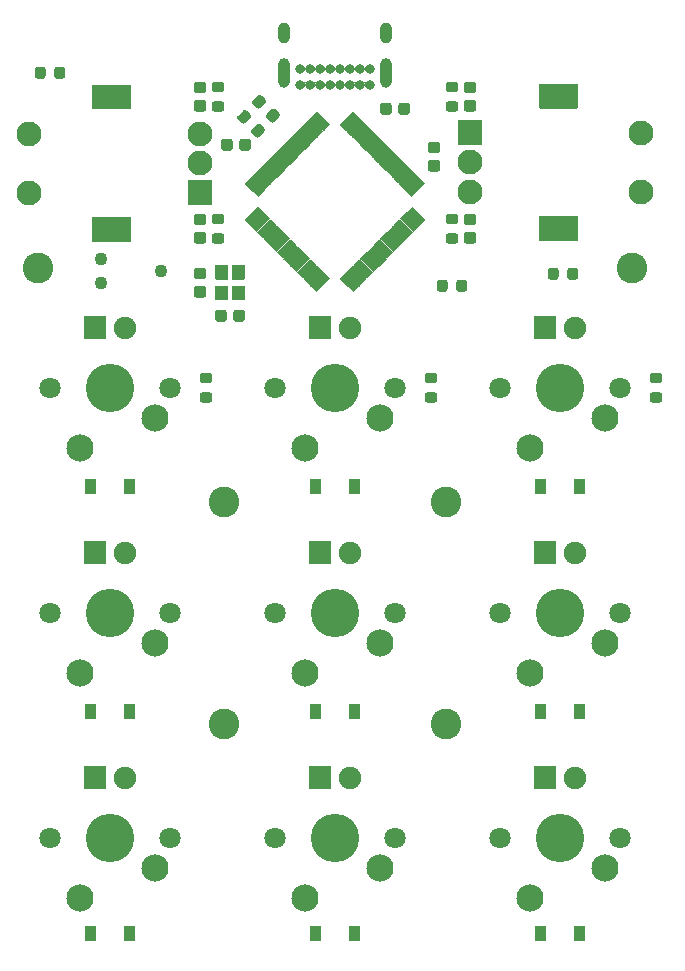
<source format=gbr>
G04 #@! TF.GenerationSoftware,KiCad,Pcbnew,(5.1.9)-1*
G04 #@! TF.CreationDate,2021-03-09T14:09:52+01:00*
G04 #@! TF.ProjectId,OpenMacroPad,4f70656e-4d61-4637-926f-5061642e6b69,rev?*
G04 #@! TF.SameCoordinates,Original*
G04 #@! TF.FileFunction,Soldermask,Top*
G04 #@! TF.FilePolarity,Negative*
%FSLAX46Y46*%
G04 Gerber Fmt 4.6, Leading zero omitted, Abs format (unit mm)*
G04 Created by KiCad (PCBNEW (5.1.9)-1) date 2021-03-09 14:09:52*
%MOMM*%
%LPD*%
G01*
G04 APERTURE LIST*
%ADD10C,2.602000*%
%ADD11C,1.802000*%
%ADD12C,4.102000*%
%ADD13C,2.302000*%
%ADD14C,2.102000*%
%ADD15C,1.092600*%
%ADD16O,1.002000X1.802000*%
%ADD17O,1.002000X2.502000*%
%ADD18C,0.802000*%
%ADD19C,1.902000*%
%ADD20C,0.100000*%
G04 APERTURE END LIST*
D10*
X186182000Y-107442000D03*
D11*
X190754000Y-97790000D03*
X200914000Y-97790000D03*
D12*
X195834000Y-97790000D03*
D13*
X199644000Y-100330000D03*
X193294000Y-102870000D03*
G36*
G01*
X187163000Y-77200000D02*
X187163000Y-75200000D01*
G75*
G02*
X187214000Y-75149000I51000J0D01*
G01*
X189214000Y-75149000D01*
G75*
G02*
X189265000Y-75200000I0J-51000D01*
G01*
X189265000Y-77200000D01*
G75*
G02*
X189214000Y-77251000I-51000J0D01*
G01*
X187214000Y-77251000D01*
G75*
G02*
X187163000Y-77200000I0J51000D01*
G01*
G37*
D14*
X188214000Y-78700000D03*
X188214000Y-81200000D03*
G36*
G01*
X194063000Y-74100000D02*
X194063000Y-72100000D01*
G75*
G02*
X194114000Y-72049000I51000J0D01*
G01*
X197314000Y-72049000D01*
G75*
G02*
X197365000Y-72100000I0J-51000D01*
G01*
X197365000Y-74100000D01*
G75*
G02*
X197314000Y-74151000I-51000J0D01*
G01*
X194114000Y-74151000D01*
G75*
G02*
X194063000Y-74100000I0J51000D01*
G01*
G37*
G36*
G01*
X194063000Y-85300000D02*
X194063000Y-83300000D01*
G75*
G02*
X194114000Y-83249000I51000J0D01*
G01*
X197314000Y-83249000D01*
G75*
G02*
X197365000Y-83300000I0J-51000D01*
G01*
X197365000Y-85300000D01*
G75*
G02*
X197314000Y-85351000I-51000J0D01*
G01*
X194114000Y-85351000D01*
G75*
G02*
X194063000Y-85300000I0J51000D01*
G01*
G37*
X202714000Y-76200000D03*
X202714000Y-81200000D03*
D11*
X190754000Y-135890000D03*
X200914000Y-135890000D03*
D12*
X195834000Y-135890000D03*
D13*
X199644000Y-138430000D03*
X193294000Y-140970000D03*
X174244000Y-140970000D03*
X180594000Y-138430000D03*
D12*
X176784000Y-135890000D03*
D11*
X181864000Y-135890000D03*
X171704000Y-135890000D03*
X152654000Y-135890000D03*
X162814000Y-135890000D03*
D12*
X157734000Y-135890000D03*
D13*
X161544000Y-138430000D03*
X155194000Y-140970000D03*
X193294000Y-121920000D03*
X199644000Y-119380000D03*
D12*
X195834000Y-116840000D03*
D11*
X200914000Y-116840000D03*
X190754000Y-116840000D03*
X171704000Y-116840000D03*
X181864000Y-116840000D03*
D12*
X176784000Y-116840000D03*
D13*
X180594000Y-119380000D03*
X174244000Y-121920000D03*
X155194000Y-121920000D03*
X161544000Y-119380000D03*
D12*
X157734000Y-116840000D03*
D11*
X162814000Y-116840000D03*
X152654000Y-116840000D03*
D13*
X174244000Y-102870000D03*
X180594000Y-100330000D03*
D12*
X176784000Y-97790000D03*
D11*
X181864000Y-97790000D03*
X171704000Y-97790000D03*
X152654000Y-97790000D03*
X162814000Y-97790000D03*
D12*
X157734000Y-97790000D03*
D13*
X161544000Y-100330000D03*
X155194000Y-102870000D03*
D10*
X186182000Y-126238000D03*
X167386000Y-126238000D03*
X167386000Y-107442000D03*
X201930000Y-87630000D03*
X151638000Y-87630000D03*
G36*
G01*
X167694000Y-90401000D02*
X166694000Y-90401000D01*
G75*
G02*
X166643000Y-90350000I0J51000D01*
G01*
X166643000Y-89200000D01*
G75*
G02*
X166694000Y-89149000I51000J0D01*
G01*
X167694000Y-89149000D01*
G75*
G02*
X167745000Y-89200000I0J-51000D01*
G01*
X167745000Y-90350000D01*
G75*
G02*
X167694000Y-90401000I-51000J0D01*
G01*
G37*
G36*
G01*
X167694000Y-88651000D02*
X166694000Y-88651000D01*
G75*
G02*
X166643000Y-88600000I0J51000D01*
G01*
X166643000Y-87450000D01*
G75*
G02*
X166694000Y-87399000I51000J0D01*
G01*
X167694000Y-87399000D01*
G75*
G02*
X167745000Y-87450000I0J-51000D01*
G01*
X167745000Y-88600000D01*
G75*
G02*
X167694000Y-88651000I-51000J0D01*
G01*
G37*
G36*
G01*
X169094000Y-88651000D02*
X168094000Y-88651000D01*
G75*
G02*
X168043000Y-88600000I0J51000D01*
G01*
X168043000Y-87450000D01*
G75*
G02*
X168094000Y-87399000I51000J0D01*
G01*
X169094000Y-87399000D01*
G75*
G02*
X169145000Y-87450000I0J-51000D01*
G01*
X169145000Y-88600000D01*
G75*
G02*
X169094000Y-88651000I-51000J0D01*
G01*
G37*
G36*
G01*
X169094000Y-90401000D02*
X168094000Y-90401000D01*
G75*
G02*
X168043000Y-90350000I0J51000D01*
G01*
X168043000Y-89200000D01*
G75*
G02*
X168094000Y-89149000I51000J0D01*
G01*
X169094000Y-89149000D01*
G75*
G02*
X169145000Y-89200000I0J-51000D01*
G01*
X169145000Y-90350000D01*
G75*
G02*
X169094000Y-90401000I-51000J0D01*
G01*
G37*
D15*
X162052000Y-87884000D03*
X156972000Y-88900000D03*
X156972000Y-86868000D03*
G36*
G01*
X204262500Y-97416000D02*
X203661500Y-97416000D01*
G75*
G02*
X203436000Y-97190500I0J225500D01*
G01*
X203436000Y-96739500D01*
G75*
G02*
X203661500Y-96514000I225500J0D01*
G01*
X204262500Y-96514000D01*
G75*
G02*
X204488000Y-96739500I0J-225500D01*
G01*
X204488000Y-97190500D01*
G75*
G02*
X204262500Y-97416000I-225500J0D01*
G01*
G37*
G36*
G01*
X204262500Y-99066000D02*
X203661500Y-99066000D01*
G75*
G02*
X203436000Y-98840500I0J225500D01*
G01*
X203436000Y-98389500D01*
G75*
G02*
X203661500Y-98164000I225500J0D01*
G01*
X204262500Y-98164000D01*
G75*
G02*
X204488000Y-98389500I0J-225500D01*
G01*
X204488000Y-98840500D01*
G75*
G02*
X204262500Y-99066000I-225500J0D01*
G01*
G37*
G36*
G01*
X185212500Y-97416000D02*
X184611500Y-97416000D01*
G75*
G02*
X184386000Y-97190500I0J225500D01*
G01*
X184386000Y-96739500D01*
G75*
G02*
X184611500Y-96514000I225500J0D01*
G01*
X185212500Y-96514000D01*
G75*
G02*
X185438000Y-96739500I0J-225500D01*
G01*
X185438000Y-97190500D01*
G75*
G02*
X185212500Y-97416000I-225500J0D01*
G01*
G37*
G36*
G01*
X185212500Y-99066000D02*
X184611500Y-99066000D01*
G75*
G02*
X184386000Y-98840500I0J225500D01*
G01*
X184386000Y-98389500D01*
G75*
G02*
X184611500Y-98164000I225500J0D01*
G01*
X185212500Y-98164000D01*
G75*
G02*
X185438000Y-98389500I0J-225500D01*
G01*
X185438000Y-98840500D01*
G75*
G02*
X185212500Y-99066000I-225500J0D01*
G01*
G37*
G36*
G01*
X166162500Y-97416000D02*
X165561500Y-97416000D01*
G75*
G02*
X165336000Y-97190500I0J225500D01*
G01*
X165336000Y-96739500D01*
G75*
G02*
X165561500Y-96514000I225500J0D01*
G01*
X166162500Y-96514000D01*
G75*
G02*
X166388000Y-96739500I0J-225500D01*
G01*
X166388000Y-97190500D01*
G75*
G02*
X166162500Y-97416000I-225500J0D01*
G01*
G37*
G36*
G01*
X166162500Y-99066000D02*
X165561500Y-99066000D01*
G75*
G02*
X165336000Y-98840500I0J225500D01*
G01*
X165336000Y-98389500D01*
G75*
G02*
X165561500Y-98164000I225500J0D01*
G01*
X166162500Y-98164000D01*
G75*
G02*
X166388000Y-98389500I0J-225500D01*
G01*
X166388000Y-98840500D01*
G75*
G02*
X166162500Y-99066000I-225500J0D01*
G01*
G37*
G36*
G01*
X186990500Y-83954000D02*
X186389500Y-83954000D01*
G75*
G02*
X186164000Y-83728500I0J225500D01*
G01*
X186164000Y-83277500D01*
G75*
G02*
X186389500Y-83052000I225500J0D01*
G01*
X186990500Y-83052000D01*
G75*
G02*
X187216000Y-83277500I0J-225500D01*
G01*
X187216000Y-83728500D01*
G75*
G02*
X186990500Y-83954000I-225500J0D01*
G01*
G37*
G36*
G01*
X186990500Y-85604000D02*
X186389500Y-85604000D01*
G75*
G02*
X186164000Y-85378500I0J225500D01*
G01*
X186164000Y-84927500D01*
G75*
G02*
X186389500Y-84702000I225500J0D01*
G01*
X186990500Y-84702000D01*
G75*
G02*
X187216000Y-84927500I0J-225500D01*
G01*
X187216000Y-85378500D01*
G75*
G02*
X186990500Y-85604000I-225500J0D01*
G01*
G37*
G36*
G01*
X186990500Y-72778000D02*
X186389500Y-72778000D01*
G75*
G02*
X186164000Y-72552500I0J225500D01*
G01*
X186164000Y-72101500D01*
G75*
G02*
X186389500Y-71876000I225500J0D01*
G01*
X186990500Y-71876000D01*
G75*
G02*
X187216000Y-72101500I0J-225500D01*
G01*
X187216000Y-72552500D01*
G75*
G02*
X186990500Y-72778000I-225500J0D01*
G01*
G37*
G36*
G01*
X186990500Y-74428000D02*
X186389500Y-74428000D01*
G75*
G02*
X186164000Y-74202500I0J225500D01*
G01*
X186164000Y-73751500D01*
G75*
G02*
X186389500Y-73526000I225500J0D01*
G01*
X186990500Y-73526000D01*
G75*
G02*
X187216000Y-73751500I0J-225500D01*
G01*
X187216000Y-74202500D01*
G75*
G02*
X186990500Y-74428000I-225500J0D01*
G01*
G37*
G36*
G01*
X195714000Y-87837500D02*
X195714000Y-88438500D01*
G75*
G02*
X195488500Y-88664000I-225500J0D01*
G01*
X195037500Y-88664000D01*
G75*
G02*
X194812000Y-88438500I0J225500D01*
G01*
X194812000Y-87837500D01*
G75*
G02*
X195037500Y-87612000I225500J0D01*
G01*
X195488500Y-87612000D01*
G75*
G02*
X195714000Y-87837500I0J-225500D01*
G01*
G37*
G36*
G01*
X197364000Y-87837500D02*
X197364000Y-88438500D01*
G75*
G02*
X197138500Y-88664000I-225500J0D01*
G01*
X196687500Y-88664000D01*
G75*
G02*
X196462000Y-88438500I0J225500D01*
G01*
X196462000Y-87837500D01*
G75*
G02*
X196687500Y-87612000I225500J0D01*
G01*
X197138500Y-87612000D01*
G75*
G02*
X197364000Y-87837500I0J-225500D01*
G01*
G37*
G36*
G01*
X166577500Y-73526000D02*
X167178500Y-73526000D01*
G75*
G02*
X167404000Y-73751500I0J-225500D01*
G01*
X167404000Y-74202500D01*
G75*
G02*
X167178500Y-74428000I-225500J0D01*
G01*
X166577500Y-74428000D01*
G75*
G02*
X166352000Y-74202500I0J225500D01*
G01*
X166352000Y-73751500D01*
G75*
G02*
X166577500Y-73526000I225500J0D01*
G01*
G37*
G36*
G01*
X166577500Y-71876000D02*
X167178500Y-71876000D01*
G75*
G02*
X167404000Y-72101500I0J-225500D01*
G01*
X167404000Y-72552500D01*
G75*
G02*
X167178500Y-72778000I-225500J0D01*
G01*
X166577500Y-72778000D01*
G75*
G02*
X166352000Y-72552500I0J225500D01*
G01*
X166352000Y-72101500D01*
G75*
G02*
X166577500Y-71876000I225500J0D01*
G01*
G37*
G36*
G01*
X166577500Y-84702000D02*
X167178500Y-84702000D01*
G75*
G02*
X167404000Y-84927500I0J-225500D01*
G01*
X167404000Y-85378500D01*
G75*
G02*
X167178500Y-85604000I-225500J0D01*
G01*
X166577500Y-85604000D01*
G75*
G02*
X166352000Y-85378500I0J225500D01*
G01*
X166352000Y-84927500D01*
G75*
G02*
X166577500Y-84702000I225500J0D01*
G01*
G37*
G36*
G01*
X166577500Y-83052000D02*
X167178500Y-83052000D01*
G75*
G02*
X167404000Y-83277500I0J-225500D01*
G01*
X167404000Y-83728500D01*
G75*
G02*
X167178500Y-83954000I-225500J0D01*
G01*
X166577500Y-83954000D01*
G75*
G02*
X166352000Y-83728500I0J225500D01*
G01*
X166352000Y-83277500D01*
G75*
G02*
X166577500Y-83052000I225500J0D01*
G01*
G37*
G36*
G01*
X153028000Y-71420500D02*
X153028000Y-70819500D01*
G75*
G02*
X153253500Y-70594000I225500J0D01*
G01*
X153704500Y-70594000D01*
G75*
G02*
X153930000Y-70819500I0J-225500D01*
G01*
X153930000Y-71420500D01*
G75*
G02*
X153704500Y-71646000I-225500J0D01*
G01*
X153253500Y-71646000D01*
G75*
G02*
X153028000Y-71420500I0J225500D01*
G01*
G37*
G36*
G01*
X151378000Y-71420500D02*
X151378000Y-70819500D01*
G75*
G02*
X151603500Y-70594000I225500J0D01*
G01*
X152054500Y-70594000D01*
G75*
G02*
X152280000Y-70819500I0J-225500D01*
G01*
X152280000Y-71420500D01*
G75*
G02*
X152054500Y-71646000I-225500J0D01*
G01*
X151603500Y-71646000D01*
G75*
G02*
X151378000Y-71420500I0J225500D01*
G01*
G37*
G36*
G01*
X158883000Y-106772000D02*
X158883000Y-105572000D01*
G75*
G02*
X158934000Y-105521000I51000J0D01*
G01*
X159834000Y-105521000D01*
G75*
G02*
X159885000Y-105572000I0J-51000D01*
G01*
X159885000Y-106772000D01*
G75*
G02*
X159834000Y-106823000I-51000J0D01*
G01*
X158934000Y-106823000D01*
G75*
G02*
X158883000Y-106772000I0J51000D01*
G01*
G37*
G36*
G01*
X155583000Y-106772000D02*
X155583000Y-105572000D01*
G75*
G02*
X155634000Y-105521000I51000J0D01*
G01*
X156534000Y-105521000D01*
G75*
G02*
X156585000Y-105572000I0J-51000D01*
G01*
X156585000Y-106772000D01*
G75*
G02*
X156534000Y-106823000I-51000J0D01*
G01*
X155634000Y-106823000D01*
G75*
G02*
X155583000Y-106772000I0J51000D01*
G01*
G37*
G36*
G01*
X196983000Y-144618000D02*
X196983000Y-143418000D01*
G75*
G02*
X197034000Y-143367000I51000J0D01*
G01*
X197934000Y-143367000D01*
G75*
G02*
X197985000Y-143418000I0J-51000D01*
G01*
X197985000Y-144618000D01*
G75*
G02*
X197934000Y-144669000I-51000J0D01*
G01*
X197034000Y-144669000D01*
G75*
G02*
X196983000Y-144618000I0J51000D01*
G01*
G37*
G36*
G01*
X193683000Y-144618000D02*
X193683000Y-143418000D01*
G75*
G02*
X193734000Y-143367000I51000J0D01*
G01*
X194634000Y-143367000D01*
G75*
G02*
X194685000Y-143418000I0J-51000D01*
G01*
X194685000Y-144618000D01*
G75*
G02*
X194634000Y-144669000I-51000J0D01*
G01*
X193734000Y-144669000D01*
G75*
G02*
X193683000Y-144618000I0J51000D01*
G01*
G37*
G36*
G01*
X177933000Y-144618000D02*
X177933000Y-143418000D01*
G75*
G02*
X177984000Y-143367000I51000J0D01*
G01*
X178884000Y-143367000D01*
G75*
G02*
X178935000Y-143418000I0J-51000D01*
G01*
X178935000Y-144618000D01*
G75*
G02*
X178884000Y-144669000I-51000J0D01*
G01*
X177984000Y-144669000D01*
G75*
G02*
X177933000Y-144618000I0J51000D01*
G01*
G37*
G36*
G01*
X174633000Y-144618000D02*
X174633000Y-143418000D01*
G75*
G02*
X174684000Y-143367000I51000J0D01*
G01*
X175584000Y-143367000D01*
G75*
G02*
X175635000Y-143418000I0J-51000D01*
G01*
X175635000Y-144618000D01*
G75*
G02*
X175584000Y-144669000I-51000J0D01*
G01*
X174684000Y-144669000D01*
G75*
G02*
X174633000Y-144618000I0J51000D01*
G01*
G37*
G36*
G01*
X158883000Y-144618000D02*
X158883000Y-143418000D01*
G75*
G02*
X158934000Y-143367000I51000J0D01*
G01*
X159834000Y-143367000D01*
G75*
G02*
X159885000Y-143418000I0J-51000D01*
G01*
X159885000Y-144618000D01*
G75*
G02*
X159834000Y-144669000I-51000J0D01*
G01*
X158934000Y-144669000D01*
G75*
G02*
X158883000Y-144618000I0J51000D01*
G01*
G37*
G36*
G01*
X155583000Y-144618000D02*
X155583000Y-143418000D01*
G75*
G02*
X155634000Y-143367000I51000J0D01*
G01*
X156534000Y-143367000D01*
G75*
G02*
X156585000Y-143418000I0J-51000D01*
G01*
X156585000Y-144618000D01*
G75*
G02*
X156534000Y-144669000I-51000J0D01*
G01*
X155634000Y-144669000D01*
G75*
G02*
X155583000Y-144618000I0J51000D01*
G01*
G37*
G36*
G01*
X196983000Y-125822000D02*
X196983000Y-124622000D01*
G75*
G02*
X197034000Y-124571000I51000J0D01*
G01*
X197934000Y-124571000D01*
G75*
G02*
X197985000Y-124622000I0J-51000D01*
G01*
X197985000Y-125822000D01*
G75*
G02*
X197934000Y-125873000I-51000J0D01*
G01*
X197034000Y-125873000D01*
G75*
G02*
X196983000Y-125822000I0J51000D01*
G01*
G37*
G36*
G01*
X193683000Y-125822000D02*
X193683000Y-124622000D01*
G75*
G02*
X193734000Y-124571000I51000J0D01*
G01*
X194634000Y-124571000D01*
G75*
G02*
X194685000Y-124622000I0J-51000D01*
G01*
X194685000Y-125822000D01*
G75*
G02*
X194634000Y-125873000I-51000J0D01*
G01*
X193734000Y-125873000D01*
G75*
G02*
X193683000Y-125822000I0J51000D01*
G01*
G37*
G36*
G01*
X177933000Y-125822000D02*
X177933000Y-124622000D01*
G75*
G02*
X177984000Y-124571000I51000J0D01*
G01*
X178884000Y-124571000D01*
G75*
G02*
X178935000Y-124622000I0J-51000D01*
G01*
X178935000Y-125822000D01*
G75*
G02*
X178884000Y-125873000I-51000J0D01*
G01*
X177984000Y-125873000D01*
G75*
G02*
X177933000Y-125822000I0J51000D01*
G01*
G37*
G36*
G01*
X174633000Y-125822000D02*
X174633000Y-124622000D01*
G75*
G02*
X174684000Y-124571000I51000J0D01*
G01*
X175584000Y-124571000D01*
G75*
G02*
X175635000Y-124622000I0J-51000D01*
G01*
X175635000Y-125822000D01*
G75*
G02*
X175584000Y-125873000I-51000J0D01*
G01*
X174684000Y-125873000D01*
G75*
G02*
X174633000Y-125822000I0J51000D01*
G01*
G37*
G36*
G01*
X158883000Y-125822000D02*
X158883000Y-124622000D01*
G75*
G02*
X158934000Y-124571000I51000J0D01*
G01*
X159834000Y-124571000D01*
G75*
G02*
X159885000Y-124622000I0J-51000D01*
G01*
X159885000Y-125822000D01*
G75*
G02*
X159834000Y-125873000I-51000J0D01*
G01*
X158934000Y-125873000D01*
G75*
G02*
X158883000Y-125822000I0J51000D01*
G01*
G37*
G36*
G01*
X155583000Y-125822000D02*
X155583000Y-124622000D01*
G75*
G02*
X155634000Y-124571000I51000J0D01*
G01*
X156534000Y-124571000D01*
G75*
G02*
X156585000Y-124622000I0J-51000D01*
G01*
X156585000Y-125822000D01*
G75*
G02*
X156534000Y-125873000I-51000J0D01*
G01*
X155634000Y-125873000D01*
G75*
G02*
X155583000Y-125822000I0J51000D01*
G01*
G37*
G36*
G01*
X196983000Y-106772000D02*
X196983000Y-105572000D01*
G75*
G02*
X197034000Y-105521000I51000J0D01*
G01*
X197934000Y-105521000D01*
G75*
G02*
X197985000Y-105572000I0J-51000D01*
G01*
X197985000Y-106772000D01*
G75*
G02*
X197934000Y-106823000I-51000J0D01*
G01*
X197034000Y-106823000D01*
G75*
G02*
X196983000Y-106772000I0J51000D01*
G01*
G37*
G36*
G01*
X193683000Y-106772000D02*
X193683000Y-105572000D01*
G75*
G02*
X193734000Y-105521000I51000J0D01*
G01*
X194634000Y-105521000D01*
G75*
G02*
X194685000Y-105572000I0J-51000D01*
G01*
X194685000Y-106772000D01*
G75*
G02*
X194634000Y-106823000I-51000J0D01*
G01*
X193734000Y-106823000D01*
G75*
G02*
X193683000Y-106772000I0J51000D01*
G01*
G37*
G36*
G01*
X177933000Y-106772000D02*
X177933000Y-105572000D01*
G75*
G02*
X177984000Y-105521000I51000J0D01*
G01*
X178884000Y-105521000D01*
G75*
G02*
X178935000Y-105572000I0J-51000D01*
G01*
X178935000Y-106772000D01*
G75*
G02*
X178884000Y-106823000I-51000J0D01*
G01*
X177984000Y-106823000D01*
G75*
G02*
X177933000Y-106772000I0J51000D01*
G01*
G37*
G36*
G01*
X174633000Y-106772000D02*
X174633000Y-105572000D01*
G75*
G02*
X174684000Y-105521000I51000J0D01*
G01*
X175584000Y-105521000D01*
G75*
G02*
X175635000Y-105572000I0J-51000D01*
G01*
X175635000Y-106772000D01*
G75*
G02*
X175584000Y-106823000I-51000J0D01*
G01*
X174684000Y-106823000D01*
G75*
G02*
X174633000Y-106772000I0J51000D01*
G01*
G37*
G36*
G01*
X188489500Y-84054000D02*
X187938500Y-84054000D01*
G75*
G02*
X187688000Y-83803500I0J250500D01*
G01*
X187688000Y-83302500D01*
G75*
G02*
X187938500Y-83052000I250500J0D01*
G01*
X188489500Y-83052000D01*
G75*
G02*
X188740000Y-83302500I0J-250500D01*
G01*
X188740000Y-83803500D01*
G75*
G02*
X188489500Y-84054000I-250500J0D01*
G01*
G37*
G36*
G01*
X188489500Y-85604000D02*
X187938500Y-85604000D01*
G75*
G02*
X187688000Y-85353500I0J250500D01*
G01*
X187688000Y-84852500D01*
G75*
G02*
X187938500Y-84602000I250500J0D01*
G01*
X188489500Y-84602000D01*
G75*
G02*
X188740000Y-84852500I0J-250500D01*
G01*
X188740000Y-85353500D01*
G75*
G02*
X188489500Y-85604000I-250500J0D01*
G01*
G37*
G36*
G01*
X188489500Y-72878000D02*
X187938500Y-72878000D01*
G75*
G02*
X187688000Y-72627500I0J250500D01*
G01*
X187688000Y-72126500D01*
G75*
G02*
X187938500Y-71876000I250500J0D01*
G01*
X188489500Y-71876000D01*
G75*
G02*
X188740000Y-72126500I0J-250500D01*
G01*
X188740000Y-72627500D01*
G75*
G02*
X188489500Y-72878000I-250500J0D01*
G01*
G37*
G36*
G01*
X188489500Y-74428000D02*
X187938500Y-74428000D01*
G75*
G02*
X187688000Y-74177500I0J250500D01*
G01*
X187688000Y-73676500D01*
G75*
G02*
X187938500Y-73426000I250500J0D01*
G01*
X188489500Y-73426000D01*
G75*
G02*
X188740000Y-73676500I0J-250500D01*
G01*
X188740000Y-74177500D01*
G75*
G02*
X188489500Y-74428000I-250500J0D01*
G01*
G37*
G36*
G01*
X165078500Y-73426000D02*
X165629500Y-73426000D01*
G75*
G02*
X165880000Y-73676500I0J-250500D01*
G01*
X165880000Y-74177500D01*
G75*
G02*
X165629500Y-74428000I-250500J0D01*
G01*
X165078500Y-74428000D01*
G75*
G02*
X164828000Y-74177500I0J250500D01*
G01*
X164828000Y-73676500D01*
G75*
G02*
X165078500Y-73426000I250500J0D01*
G01*
G37*
G36*
G01*
X165078500Y-71876000D02*
X165629500Y-71876000D01*
G75*
G02*
X165880000Y-72126500I0J-250500D01*
G01*
X165880000Y-72627500D01*
G75*
G02*
X165629500Y-72878000I-250500J0D01*
G01*
X165078500Y-72878000D01*
G75*
G02*
X164828000Y-72627500I0J250500D01*
G01*
X164828000Y-72126500D01*
G75*
G02*
X165078500Y-71876000I250500J0D01*
G01*
G37*
G36*
G01*
X165078500Y-84602000D02*
X165629500Y-84602000D01*
G75*
G02*
X165880000Y-84852500I0J-250500D01*
G01*
X165880000Y-85353500D01*
G75*
G02*
X165629500Y-85604000I-250500J0D01*
G01*
X165078500Y-85604000D01*
G75*
G02*
X164828000Y-85353500I0J250500D01*
G01*
X164828000Y-84852500D01*
G75*
G02*
X165078500Y-84602000I250500J0D01*
G01*
G37*
G36*
G01*
X165078500Y-83052000D02*
X165629500Y-83052000D01*
G75*
G02*
X165880000Y-83302500I0J-250500D01*
G01*
X165880000Y-83803500D01*
G75*
G02*
X165629500Y-84054000I-250500J0D01*
G01*
X165078500Y-84054000D01*
G75*
G02*
X164828000Y-83803500I0J250500D01*
G01*
X164828000Y-83302500D01*
G75*
G02*
X165078500Y-83052000I250500J0D01*
G01*
G37*
G36*
G01*
X187064000Y-89454500D02*
X187064000Y-88853500D01*
G75*
G02*
X187289500Y-88628000I225500J0D01*
G01*
X187740500Y-88628000D01*
G75*
G02*
X187966000Y-88853500I0J-225500D01*
G01*
X187966000Y-89454500D01*
G75*
G02*
X187740500Y-89680000I-225500J0D01*
G01*
X187289500Y-89680000D01*
G75*
G02*
X187064000Y-89454500I0J225500D01*
G01*
G37*
G36*
G01*
X185414000Y-89454500D02*
X185414000Y-88853500D01*
G75*
G02*
X185639500Y-88628000I225500J0D01*
G01*
X186090500Y-88628000D01*
G75*
G02*
X186316000Y-88853500I0J-225500D01*
G01*
X186316000Y-89454500D01*
G75*
G02*
X186090500Y-89680000I-225500J0D01*
G01*
X185639500Y-89680000D01*
G75*
G02*
X185414000Y-89454500I0J225500D01*
G01*
G37*
G36*
G01*
X170890028Y-73691057D02*
X170465057Y-74116028D01*
G75*
G02*
X170146151Y-74116028I-159453J159453D01*
G01*
X169827246Y-73797123D01*
G75*
G02*
X169827246Y-73478217I159453J159453D01*
G01*
X170252217Y-73053246D01*
G75*
G02*
X170571123Y-73053246I159453J-159453D01*
G01*
X170890028Y-73372151D01*
G75*
G02*
X170890028Y-73691057I-159453J-159453D01*
G01*
G37*
G36*
G01*
X172056754Y-74857783D02*
X171631783Y-75282754D01*
G75*
G02*
X171312877Y-75282754I-159453J159453D01*
G01*
X170993972Y-74963849D01*
G75*
G02*
X170993972Y-74644943I159453J159453D01*
G01*
X171418943Y-74219972D01*
G75*
G02*
X171737849Y-74219972I159453J-159453D01*
G01*
X172056754Y-74538877D01*
G75*
G02*
X172056754Y-74857783I-159453J-159453D01*
G01*
G37*
G36*
G01*
X169723972Y-75914943D02*
X170148943Y-75489972D01*
G75*
G02*
X170467849Y-75489972I159453J-159453D01*
G01*
X170786754Y-75808877D01*
G75*
G02*
X170786754Y-76127783I-159453J-159453D01*
G01*
X170361783Y-76552754D01*
G75*
G02*
X170042877Y-76552754I-159453J159453D01*
G01*
X169723972Y-76233849D01*
G75*
G02*
X169723972Y-75914943I159453J159453D01*
G01*
G37*
G36*
G01*
X168557246Y-74748217D02*
X168982217Y-74323246D01*
G75*
G02*
X169301123Y-74323246I159453J-159453D01*
G01*
X169620028Y-74642151D01*
G75*
G02*
X169620028Y-74961057I-159453J-159453D01*
G01*
X169195057Y-75386028D01*
G75*
G02*
X168876151Y-75386028I-159453J159453D01*
G01*
X168557246Y-75067123D01*
G75*
G02*
X168557246Y-74748217I159453J159453D01*
G01*
G37*
G36*
G01*
X184890500Y-78506000D02*
X185441500Y-78506000D01*
G75*
G02*
X185692000Y-78756500I0J-250500D01*
G01*
X185692000Y-79257500D01*
G75*
G02*
X185441500Y-79508000I-250500J0D01*
G01*
X184890500Y-79508000D01*
G75*
G02*
X184640000Y-79257500I0J250500D01*
G01*
X184640000Y-78756500D01*
G75*
G02*
X184890500Y-78506000I250500J0D01*
G01*
G37*
G36*
G01*
X184890500Y-76956000D02*
X185441500Y-76956000D01*
G75*
G02*
X185692000Y-77206500I0J-250500D01*
G01*
X185692000Y-77707500D01*
G75*
G02*
X185441500Y-77958000I-250500J0D01*
G01*
X184890500Y-77958000D01*
G75*
G02*
X184640000Y-77707500I0J250500D01*
G01*
X184640000Y-77206500D01*
G75*
G02*
X184890500Y-76956000I250500J0D01*
G01*
G37*
G36*
G01*
X168676000Y-77491500D02*
X168676000Y-76940500D01*
G75*
G02*
X168926500Y-76690000I250500J0D01*
G01*
X169427500Y-76690000D01*
G75*
G02*
X169678000Y-76940500I0J-250500D01*
G01*
X169678000Y-77491500D01*
G75*
G02*
X169427500Y-77742000I-250500J0D01*
G01*
X168926500Y-77742000D01*
G75*
G02*
X168676000Y-77491500I0J250500D01*
G01*
G37*
G36*
G01*
X167126000Y-77491500D02*
X167126000Y-76940500D01*
G75*
G02*
X167376500Y-76690000I250500J0D01*
G01*
X167877500Y-76690000D01*
G75*
G02*
X168128000Y-76940500I0J-250500D01*
G01*
X168128000Y-77491500D01*
G75*
G02*
X167877500Y-77742000I-250500J0D01*
G01*
X167376500Y-77742000D01*
G75*
G02*
X167126000Y-77491500I0J250500D01*
G01*
G37*
G36*
G01*
X182138000Y-74443500D02*
X182138000Y-73892500D01*
G75*
G02*
X182388500Y-73642000I250500J0D01*
G01*
X182889500Y-73642000D01*
G75*
G02*
X183140000Y-73892500I0J-250500D01*
G01*
X183140000Y-74443500D01*
G75*
G02*
X182889500Y-74694000I-250500J0D01*
G01*
X182388500Y-74694000D01*
G75*
G02*
X182138000Y-74443500I0J250500D01*
G01*
G37*
G36*
G01*
X180588000Y-74443500D02*
X180588000Y-73892500D01*
G75*
G02*
X180838500Y-73642000I250500J0D01*
G01*
X181339500Y-73642000D01*
G75*
G02*
X181590000Y-73892500I0J-250500D01*
G01*
X181590000Y-74443500D01*
G75*
G02*
X181339500Y-74694000I-250500J0D01*
G01*
X180838500Y-74694000D01*
G75*
G02*
X180588000Y-74443500I0J250500D01*
G01*
G37*
G36*
G01*
X165078500Y-89174000D02*
X165629500Y-89174000D01*
G75*
G02*
X165880000Y-89424500I0J-250500D01*
G01*
X165880000Y-89925500D01*
G75*
G02*
X165629500Y-90176000I-250500J0D01*
G01*
X165078500Y-90176000D01*
G75*
G02*
X164828000Y-89925500I0J250500D01*
G01*
X164828000Y-89424500D01*
G75*
G02*
X165078500Y-89174000I250500J0D01*
G01*
G37*
G36*
G01*
X165078500Y-87624000D02*
X165629500Y-87624000D01*
G75*
G02*
X165880000Y-87874500I0J-250500D01*
G01*
X165880000Y-88375500D01*
G75*
G02*
X165629500Y-88626000I-250500J0D01*
G01*
X165078500Y-88626000D01*
G75*
G02*
X164828000Y-88375500I0J250500D01*
G01*
X164828000Y-87874500D01*
G75*
G02*
X165078500Y-87624000I250500J0D01*
G01*
G37*
G36*
G01*
X168168000Y-91969500D02*
X168168000Y-91418500D01*
G75*
G02*
X168418500Y-91168000I250500J0D01*
G01*
X168919500Y-91168000D01*
G75*
G02*
X169170000Y-91418500I0J-250500D01*
G01*
X169170000Y-91969500D01*
G75*
G02*
X168919500Y-92220000I-250500J0D01*
G01*
X168418500Y-92220000D01*
G75*
G02*
X168168000Y-91969500I0J250500D01*
G01*
G37*
G36*
G01*
X166618000Y-91969500D02*
X166618000Y-91418500D01*
G75*
G02*
X166868500Y-91168000I250500J0D01*
G01*
X167369500Y-91168000D01*
G75*
G02*
X167620000Y-91418500I0J-250500D01*
G01*
X167620000Y-91969500D01*
G75*
G02*
X167369500Y-92220000I-250500J0D01*
G01*
X166868500Y-92220000D01*
G75*
G02*
X166618000Y-91969500I0J250500D01*
G01*
G37*
D16*
X172459000Y-67776000D03*
X181109000Y-67776000D03*
D17*
X172459000Y-71156000D03*
X181109000Y-71156000D03*
D18*
X176359000Y-70786000D03*
X173809000Y-70786000D03*
X174659000Y-70786000D03*
X175509000Y-70786000D03*
X179759000Y-70786000D03*
X178059000Y-70786000D03*
X177209000Y-70786000D03*
X178909000Y-70786000D03*
X173809000Y-72136000D03*
X174659000Y-72136000D03*
X175509000Y-72136000D03*
X176359000Y-72136000D03*
X177209000Y-72136000D03*
X178059000Y-72136000D03*
X178909000Y-72136000D03*
X179759000Y-72136000D03*
D19*
X197104000Y-130810000D03*
G36*
G01*
X193613000Y-131710000D02*
X193613000Y-129910000D01*
G75*
G02*
X193664000Y-129859000I51000J0D01*
G01*
X195464000Y-129859000D01*
G75*
G02*
X195515000Y-129910000I0J-51000D01*
G01*
X195515000Y-131710000D01*
G75*
G02*
X195464000Y-131761000I-51000J0D01*
G01*
X193664000Y-131761000D01*
G75*
G02*
X193613000Y-131710000I0J51000D01*
G01*
G37*
X178054000Y-130810000D03*
G36*
G01*
X174563000Y-131710000D02*
X174563000Y-129910000D01*
G75*
G02*
X174614000Y-129859000I51000J0D01*
G01*
X176414000Y-129859000D01*
G75*
G02*
X176465000Y-129910000I0J-51000D01*
G01*
X176465000Y-131710000D01*
G75*
G02*
X176414000Y-131761000I-51000J0D01*
G01*
X174614000Y-131761000D01*
G75*
G02*
X174563000Y-131710000I0J51000D01*
G01*
G37*
X159004000Y-130810000D03*
G36*
G01*
X155513000Y-131710000D02*
X155513000Y-129910000D01*
G75*
G02*
X155564000Y-129859000I51000J0D01*
G01*
X157364000Y-129859000D01*
G75*
G02*
X157415000Y-129910000I0J-51000D01*
G01*
X157415000Y-131710000D01*
G75*
G02*
X157364000Y-131761000I-51000J0D01*
G01*
X155564000Y-131761000D01*
G75*
G02*
X155513000Y-131710000I0J51000D01*
G01*
G37*
X197104000Y-111760000D03*
G36*
G01*
X193613000Y-112660000D02*
X193613000Y-110860000D01*
G75*
G02*
X193664000Y-110809000I51000J0D01*
G01*
X195464000Y-110809000D01*
G75*
G02*
X195515000Y-110860000I0J-51000D01*
G01*
X195515000Y-112660000D01*
G75*
G02*
X195464000Y-112711000I-51000J0D01*
G01*
X193664000Y-112711000D01*
G75*
G02*
X193613000Y-112660000I0J51000D01*
G01*
G37*
X178054000Y-111760000D03*
G36*
G01*
X174563000Y-112660000D02*
X174563000Y-110860000D01*
G75*
G02*
X174614000Y-110809000I51000J0D01*
G01*
X176414000Y-110809000D01*
G75*
G02*
X176465000Y-110860000I0J-51000D01*
G01*
X176465000Y-112660000D01*
G75*
G02*
X176414000Y-112711000I-51000J0D01*
G01*
X174614000Y-112711000D01*
G75*
G02*
X174563000Y-112660000I0J51000D01*
G01*
G37*
X159004000Y-111760000D03*
G36*
G01*
X155513000Y-112660000D02*
X155513000Y-110860000D01*
G75*
G02*
X155564000Y-110809000I51000J0D01*
G01*
X157364000Y-110809000D01*
G75*
G02*
X157415000Y-110860000I0J-51000D01*
G01*
X157415000Y-112660000D01*
G75*
G02*
X157364000Y-112711000I-51000J0D01*
G01*
X155564000Y-112711000D01*
G75*
G02*
X155513000Y-112660000I0J51000D01*
G01*
G37*
X197104000Y-92710000D03*
G36*
G01*
X193613000Y-93610000D02*
X193613000Y-91810000D01*
G75*
G02*
X193664000Y-91759000I51000J0D01*
G01*
X195464000Y-91759000D01*
G75*
G02*
X195515000Y-91810000I0J-51000D01*
G01*
X195515000Y-93610000D01*
G75*
G02*
X195464000Y-93661000I-51000J0D01*
G01*
X193664000Y-93661000D01*
G75*
G02*
X193613000Y-93610000I0J51000D01*
G01*
G37*
X159004000Y-92710000D03*
G36*
G01*
X155513000Y-93610000D02*
X155513000Y-91810000D01*
G75*
G02*
X155564000Y-91759000I51000J0D01*
G01*
X157364000Y-91759000D01*
G75*
G02*
X157415000Y-91810000I0J-51000D01*
G01*
X157415000Y-93610000D01*
G75*
G02*
X157364000Y-93661000I-51000J0D01*
G01*
X155564000Y-93661000D01*
G75*
G02*
X155513000Y-93610000I0J51000D01*
G01*
G37*
X178054000Y-92710000D03*
G36*
G01*
X174563000Y-93610000D02*
X174563000Y-91810000D01*
G75*
G02*
X174614000Y-91759000I51000J0D01*
G01*
X176414000Y-91759000D01*
G75*
G02*
X176465000Y-91810000I0J-51000D01*
G01*
X176465000Y-93610000D01*
G75*
G02*
X176414000Y-93661000I-51000J0D01*
G01*
X174614000Y-93661000D01*
G75*
G02*
X174563000Y-93610000I0J51000D01*
G01*
G37*
G36*
G01*
X177614144Y-75943910D02*
X177225236Y-75555002D01*
G75*
G02*
X177225236Y-75482878I36062J36062D01*
G01*
X178285896Y-74422218D01*
G75*
G02*
X178358020Y-74422218I36062J-36062D01*
G01*
X178746928Y-74811126D01*
G75*
G02*
X178746928Y-74883250I-36062J-36062D01*
G01*
X177686268Y-75943910D01*
G75*
G02*
X177614144Y-75943910I-36062J36062D01*
G01*
G37*
G36*
G01*
X178179829Y-76509596D02*
X177790921Y-76120688D01*
G75*
G02*
X177790921Y-76048564I36062J36062D01*
G01*
X178851581Y-74987904D01*
G75*
G02*
X178923705Y-74987904I36062J-36062D01*
G01*
X179312613Y-75376812D01*
G75*
G02*
X179312613Y-75448936I-36062J-36062D01*
G01*
X178251953Y-76509596D01*
G75*
G02*
X178179829Y-76509596I-36062J36062D01*
G01*
G37*
G36*
G01*
X178745514Y-77075281D02*
X178356606Y-76686373D01*
G75*
G02*
X178356606Y-76614249I36062J36062D01*
G01*
X179417266Y-75553589D01*
G75*
G02*
X179489390Y-75553589I36062J-36062D01*
G01*
X179878298Y-75942497D01*
G75*
G02*
X179878298Y-76014621I-36062J-36062D01*
G01*
X178817638Y-77075281D01*
G75*
G02*
X178745514Y-77075281I-36062J36062D01*
G01*
G37*
G36*
G01*
X179311200Y-77640966D02*
X178922292Y-77252058D01*
G75*
G02*
X178922292Y-77179934I36062J36062D01*
G01*
X179982952Y-76119274D01*
G75*
G02*
X180055076Y-76119274I36062J-36062D01*
G01*
X180443984Y-76508182D01*
G75*
G02*
X180443984Y-76580306I-36062J-36062D01*
G01*
X179383324Y-77640966D01*
G75*
G02*
X179311200Y-77640966I-36062J36062D01*
G01*
G37*
G36*
G01*
X179876885Y-78206652D02*
X179487977Y-77817744D01*
G75*
G02*
X179487977Y-77745620I36062J36062D01*
G01*
X180548637Y-76684960D01*
G75*
G02*
X180620761Y-76684960I36062J-36062D01*
G01*
X181009669Y-77073868D01*
G75*
G02*
X181009669Y-77145992I-36062J-36062D01*
G01*
X179949009Y-78206652D01*
G75*
G02*
X179876885Y-78206652I-36062J36062D01*
G01*
G37*
G36*
G01*
X180442571Y-78772337D02*
X180053663Y-78383429D01*
G75*
G02*
X180053663Y-78311305I36062J36062D01*
G01*
X181114323Y-77250645D01*
G75*
G02*
X181186447Y-77250645I36062J-36062D01*
G01*
X181575355Y-77639553D01*
G75*
G02*
X181575355Y-77711677I-36062J-36062D01*
G01*
X180514695Y-78772337D01*
G75*
G02*
X180442571Y-78772337I-36062J36062D01*
G01*
G37*
G36*
G01*
X181008256Y-79338023D02*
X180619348Y-78949115D01*
G75*
G02*
X180619348Y-78876991I36062J36062D01*
G01*
X181680008Y-77816331D01*
G75*
G02*
X181752132Y-77816331I36062J-36062D01*
G01*
X182141040Y-78205239D01*
G75*
G02*
X182141040Y-78277363I-36062J-36062D01*
G01*
X181080380Y-79338023D01*
G75*
G02*
X181008256Y-79338023I-36062J36062D01*
G01*
G37*
G36*
G01*
X181573942Y-79903708D02*
X181185034Y-79514800D01*
G75*
G02*
X181185034Y-79442676I36062J36062D01*
G01*
X182245694Y-78382016D01*
G75*
G02*
X182317818Y-78382016I36062J-36062D01*
G01*
X182706726Y-78770924D01*
G75*
G02*
X182706726Y-78843048I-36062J-36062D01*
G01*
X181646066Y-79903708D01*
G75*
G02*
X181573942Y-79903708I-36062J36062D01*
G01*
G37*
G36*
G01*
X182139627Y-80469394D02*
X181750719Y-80080486D01*
G75*
G02*
X181750719Y-80008362I36062J36062D01*
G01*
X182811379Y-78947702D01*
G75*
G02*
X182883503Y-78947702I36062J-36062D01*
G01*
X183272411Y-79336610D01*
G75*
G02*
X183272411Y-79408734I-36062J-36062D01*
G01*
X182211751Y-80469394D01*
G75*
G02*
X182139627Y-80469394I-36062J36062D01*
G01*
G37*
G36*
G01*
X182705312Y-81035079D02*
X182316404Y-80646171D01*
G75*
G02*
X182316404Y-80574047I36062J36062D01*
G01*
X183377064Y-79513387D01*
G75*
G02*
X183449188Y-79513387I36062J-36062D01*
G01*
X183838096Y-79902295D01*
G75*
G02*
X183838096Y-79974419I-36062J-36062D01*
G01*
X182777436Y-81035079D01*
G75*
G02*
X182705312Y-81035079I-36062J36062D01*
G01*
G37*
G36*
G01*
X183270998Y-81600764D02*
X182882090Y-81211856D01*
G75*
G02*
X182882090Y-81139732I36062J36062D01*
G01*
X183942750Y-80079072D01*
G75*
G02*
X184014874Y-80079072I36062J-36062D01*
G01*
X184403782Y-80467980D01*
G75*
G02*
X184403782Y-80540104I-36062J-36062D01*
G01*
X183343122Y-81600764D01*
G75*
G02*
X183270998Y-81600764I-36062J36062D01*
G01*
G37*
G36*
G01*
X182882090Y-82872144D02*
X183270998Y-82483236D01*
G75*
G02*
X183343122Y-82483236I36062J-36062D01*
G01*
X184403782Y-83543896D01*
G75*
G02*
X184403782Y-83616020I-36062J-36062D01*
G01*
X184014874Y-84004928D01*
G75*
G02*
X183942750Y-84004928I-36062J36062D01*
G01*
X182882090Y-82944268D01*
G75*
G02*
X182882090Y-82872144I36062J36062D01*
G01*
G37*
G36*
G01*
X182316404Y-83437829D02*
X182705312Y-83048921D01*
G75*
G02*
X182777436Y-83048921I36062J-36062D01*
G01*
X183838096Y-84109581D01*
G75*
G02*
X183838096Y-84181705I-36062J-36062D01*
G01*
X183449188Y-84570613D01*
G75*
G02*
X183377064Y-84570613I-36062J36062D01*
G01*
X182316404Y-83509953D01*
G75*
G02*
X182316404Y-83437829I36062J36062D01*
G01*
G37*
G36*
G01*
X181750719Y-84003514D02*
X182139627Y-83614606D01*
G75*
G02*
X182211751Y-83614606I36062J-36062D01*
G01*
X183272411Y-84675266D01*
G75*
G02*
X183272411Y-84747390I-36062J-36062D01*
G01*
X182883503Y-85136298D01*
G75*
G02*
X182811379Y-85136298I-36062J36062D01*
G01*
X181750719Y-84075638D01*
G75*
G02*
X181750719Y-84003514I36062J36062D01*
G01*
G37*
G36*
G01*
X181185034Y-84569200D02*
X181573942Y-84180292D01*
G75*
G02*
X181646066Y-84180292I36062J-36062D01*
G01*
X182706726Y-85240952D01*
G75*
G02*
X182706726Y-85313076I-36062J-36062D01*
G01*
X182317818Y-85701984D01*
G75*
G02*
X182245694Y-85701984I-36062J36062D01*
G01*
X181185034Y-84641324D01*
G75*
G02*
X181185034Y-84569200I36062J36062D01*
G01*
G37*
G36*
G01*
X180619348Y-85134885D02*
X181008256Y-84745977D01*
G75*
G02*
X181080380Y-84745977I36062J-36062D01*
G01*
X182141040Y-85806637D01*
G75*
G02*
X182141040Y-85878761I-36062J-36062D01*
G01*
X181752132Y-86267669D01*
G75*
G02*
X181680008Y-86267669I-36062J36062D01*
G01*
X180619348Y-85207009D01*
G75*
G02*
X180619348Y-85134885I36062J36062D01*
G01*
G37*
G36*
G01*
X180053663Y-85700571D02*
X180442571Y-85311663D01*
G75*
G02*
X180514695Y-85311663I36062J-36062D01*
G01*
X181575355Y-86372323D01*
G75*
G02*
X181575355Y-86444447I-36062J-36062D01*
G01*
X181186447Y-86833355D01*
G75*
G02*
X181114323Y-86833355I-36062J36062D01*
G01*
X180053663Y-85772695D01*
G75*
G02*
X180053663Y-85700571I36062J36062D01*
G01*
G37*
G36*
G01*
X179487977Y-86266256D02*
X179876885Y-85877348D01*
G75*
G02*
X179949009Y-85877348I36062J-36062D01*
G01*
X181009669Y-86938008D01*
G75*
G02*
X181009669Y-87010132I-36062J-36062D01*
G01*
X180620761Y-87399040D01*
G75*
G02*
X180548637Y-87399040I-36062J36062D01*
G01*
X179487977Y-86338380D01*
G75*
G02*
X179487977Y-86266256I36062J36062D01*
G01*
G37*
G36*
G01*
X178922292Y-86831942D02*
X179311200Y-86443034D01*
G75*
G02*
X179383324Y-86443034I36062J-36062D01*
G01*
X180443984Y-87503694D01*
G75*
G02*
X180443984Y-87575818I-36062J-36062D01*
G01*
X180055076Y-87964726D01*
G75*
G02*
X179982952Y-87964726I-36062J36062D01*
G01*
X178922292Y-86904066D01*
G75*
G02*
X178922292Y-86831942I36062J36062D01*
G01*
G37*
G36*
G01*
X178356606Y-87397627D02*
X178745514Y-87008719D01*
G75*
G02*
X178817638Y-87008719I36062J-36062D01*
G01*
X179878298Y-88069379D01*
G75*
G02*
X179878298Y-88141503I-36062J-36062D01*
G01*
X179489390Y-88530411D01*
G75*
G02*
X179417266Y-88530411I-36062J36062D01*
G01*
X178356606Y-87469751D01*
G75*
G02*
X178356606Y-87397627I36062J36062D01*
G01*
G37*
G36*
G01*
X177790921Y-87963312D02*
X178179829Y-87574404D01*
G75*
G02*
X178251953Y-87574404I36062J-36062D01*
G01*
X179312613Y-88635064D01*
G75*
G02*
X179312613Y-88707188I-36062J-36062D01*
G01*
X178923705Y-89096096D01*
G75*
G02*
X178851581Y-89096096I-36062J36062D01*
G01*
X177790921Y-88035436D01*
G75*
G02*
X177790921Y-87963312I36062J36062D01*
G01*
G37*
G36*
G01*
X177225236Y-88528998D02*
X177614144Y-88140090D01*
G75*
G02*
X177686268Y-88140090I36062J-36062D01*
G01*
X178746928Y-89200750D01*
G75*
G02*
X178746928Y-89272874I-36062J-36062D01*
G01*
X178358020Y-89661782D01*
G75*
G02*
X178285896Y-89661782I-36062J36062D01*
G01*
X177225236Y-88601122D01*
G75*
G02*
X177225236Y-88528998I36062J36062D01*
G01*
G37*
G36*
G01*
X175209980Y-89661782D02*
X174821072Y-89272874D01*
G75*
G02*
X174821072Y-89200750I36062J36062D01*
G01*
X175881732Y-88140090D01*
G75*
G02*
X175953856Y-88140090I36062J-36062D01*
G01*
X176342764Y-88528998D01*
G75*
G02*
X176342764Y-88601122I-36062J-36062D01*
G01*
X175282104Y-89661782D01*
G75*
G02*
X175209980Y-89661782I-36062J36062D01*
G01*
G37*
G36*
G01*
X174644295Y-89096096D02*
X174255387Y-88707188D01*
G75*
G02*
X174255387Y-88635064I36062J36062D01*
G01*
X175316047Y-87574404D01*
G75*
G02*
X175388171Y-87574404I36062J-36062D01*
G01*
X175777079Y-87963312D01*
G75*
G02*
X175777079Y-88035436I-36062J-36062D01*
G01*
X174716419Y-89096096D01*
G75*
G02*
X174644295Y-89096096I-36062J36062D01*
G01*
G37*
G36*
G01*
X174078610Y-88530411D02*
X173689702Y-88141503D01*
G75*
G02*
X173689702Y-88069379I36062J36062D01*
G01*
X174750362Y-87008719D01*
G75*
G02*
X174822486Y-87008719I36062J-36062D01*
G01*
X175211394Y-87397627D01*
G75*
G02*
X175211394Y-87469751I-36062J-36062D01*
G01*
X174150734Y-88530411D01*
G75*
G02*
X174078610Y-88530411I-36062J36062D01*
G01*
G37*
G36*
G01*
X173512924Y-87964726D02*
X173124016Y-87575818D01*
G75*
G02*
X173124016Y-87503694I36062J36062D01*
G01*
X174184676Y-86443034D01*
G75*
G02*
X174256800Y-86443034I36062J-36062D01*
G01*
X174645708Y-86831942D01*
G75*
G02*
X174645708Y-86904066I-36062J-36062D01*
G01*
X173585048Y-87964726D01*
G75*
G02*
X173512924Y-87964726I-36062J36062D01*
G01*
G37*
G36*
G01*
X172947239Y-87399040D02*
X172558331Y-87010132D01*
G75*
G02*
X172558331Y-86938008I36062J36062D01*
G01*
X173618991Y-85877348D01*
G75*
G02*
X173691115Y-85877348I36062J-36062D01*
G01*
X174080023Y-86266256D01*
G75*
G02*
X174080023Y-86338380I-36062J-36062D01*
G01*
X173019363Y-87399040D01*
G75*
G02*
X172947239Y-87399040I-36062J36062D01*
G01*
G37*
G36*
G01*
X172381553Y-86833355D02*
X171992645Y-86444447D01*
G75*
G02*
X171992645Y-86372323I36062J36062D01*
G01*
X173053305Y-85311663D01*
G75*
G02*
X173125429Y-85311663I36062J-36062D01*
G01*
X173514337Y-85700571D01*
G75*
G02*
X173514337Y-85772695I-36062J-36062D01*
G01*
X172453677Y-86833355D01*
G75*
G02*
X172381553Y-86833355I-36062J36062D01*
G01*
G37*
G36*
G01*
X171815868Y-86267669D02*
X171426960Y-85878761D01*
G75*
G02*
X171426960Y-85806637I36062J36062D01*
G01*
X172487620Y-84745977D01*
G75*
G02*
X172559744Y-84745977I36062J-36062D01*
G01*
X172948652Y-85134885D01*
G75*
G02*
X172948652Y-85207009I-36062J-36062D01*
G01*
X171887992Y-86267669D01*
G75*
G02*
X171815868Y-86267669I-36062J36062D01*
G01*
G37*
G36*
G01*
X171250182Y-85701984D02*
X170861274Y-85313076D01*
G75*
G02*
X170861274Y-85240952I36062J36062D01*
G01*
X171921934Y-84180292D01*
G75*
G02*
X171994058Y-84180292I36062J-36062D01*
G01*
X172382966Y-84569200D01*
G75*
G02*
X172382966Y-84641324I-36062J-36062D01*
G01*
X171322306Y-85701984D01*
G75*
G02*
X171250182Y-85701984I-36062J36062D01*
G01*
G37*
G36*
G01*
X170684497Y-85136298D02*
X170295589Y-84747390D01*
G75*
G02*
X170295589Y-84675266I36062J36062D01*
G01*
X171356249Y-83614606D01*
G75*
G02*
X171428373Y-83614606I36062J-36062D01*
G01*
X171817281Y-84003514D01*
G75*
G02*
X171817281Y-84075638I-36062J-36062D01*
G01*
X170756621Y-85136298D01*
G75*
G02*
X170684497Y-85136298I-36062J36062D01*
G01*
G37*
G36*
G01*
X170118812Y-84570613D02*
X169729904Y-84181705D01*
G75*
G02*
X169729904Y-84109581I36062J36062D01*
G01*
X170790564Y-83048921D01*
G75*
G02*
X170862688Y-83048921I36062J-36062D01*
G01*
X171251596Y-83437829D01*
G75*
G02*
X171251596Y-83509953I-36062J-36062D01*
G01*
X170190936Y-84570613D01*
G75*
G02*
X170118812Y-84570613I-36062J36062D01*
G01*
G37*
G36*
G01*
X169553126Y-84004928D02*
X169164218Y-83616020D01*
G75*
G02*
X169164218Y-83543896I36062J36062D01*
G01*
X170224878Y-82483236D01*
G75*
G02*
X170297002Y-82483236I36062J-36062D01*
G01*
X170685910Y-82872144D01*
G75*
G02*
X170685910Y-82944268I-36062J-36062D01*
G01*
X169625250Y-84004928D01*
G75*
G02*
X169553126Y-84004928I-36062J36062D01*
G01*
G37*
G36*
G01*
X169164218Y-80467980D02*
X169553126Y-80079072D01*
G75*
G02*
X169625250Y-80079072I36062J-36062D01*
G01*
X170685910Y-81139732D01*
G75*
G02*
X170685910Y-81211856I-36062J-36062D01*
G01*
X170297002Y-81600764D01*
G75*
G02*
X170224878Y-81600764I-36062J36062D01*
G01*
X169164218Y-80540104D01*
G75*
G02*
X169164218Y-80467980I36062J36062D01*
G01*
G37*
G36*
G01*
X169729904Y-79902295D02*
X170118812Y-79513387D01*
G75*
G02*
X170190936Y-79513387I36062J-36062D01*
G01*
X171251596Y-80574047D01*
G75*
G02*
X171251596Y-80646171I-36062J-36062D01*
G01*
X170862688Y-81035079D01*
G75*
G02*
X170790564Y-81035079I-36062J36062D01*
G01*
X169729904Y-79974419D01*
G75*
G02*
X169729904Y-79902295I36062J36062D01*
G01*
G37*
G36*
G01*
X170295589Y-79336610D02*
X170684497Y-78947702D01*
G75*
G02*
X170756621Y-78947702I36062J-36062D01*
G01*
X171817281Y-80008362D01*
G75*
G02*
X171817281Y-80080486I-36062J-36062D01*
G01*
X171428373Y-80469394D01*
G75*
G02*
X171356249Y-80469394I-36062J36062D01*
G01*
X170295589Y-79408734D01*
G75*
G02*
X170295589Y-79336610I36062J36062D01*
G01*
G37*
G36*
G01*
X170861274Y-78770924D02*
X171250182Y-78382016D01*
G75*
G02*
X171322306Y-78382016I36062J-36062D01*
G01*
X172382966Y-79442676D01*
G75*
G02*
X172382966Y-79514800I-36062J-36062D01*
G01*
X171994058Y-79903708D01*
G75*
G02*
X171921934Y-79903708I-36062J36062D01*
G01*
X170861274Y-78843048D01*
G75*
G02*
X170861274Y-78770924I36062J36062D01*
G01*
G37*
G36*
G01*
X171426960Y-78205239D02*
X171815868Y-77816331D01*
G75*
G02*
X171887992Y-77816331I36062J-36062D01*
G01*
X172948652Y-78876991D01*
G75*
G02*
X172948652Y-78949115I-36062J-36062D01*
G01*
X172559744Y-79338023D01*
G75*
G02*
X172487620Y-79338023I-36062J36062D01*
G01*
X171426960Y-78277363D01*
G75*
G02*
X171426960Y-78205239I36062J36062D01*
G01*
G37*
G36*
G01*
X171992645Y-77639553D02*
X172381553Y-77250645D01*
G75*
G02*
X172453677Y-77250645I36062J-36062D01*
G01*
X173514337Y-78311305D01*
G75*
G02*
X173514337Y-78383429I-36062J-36062D01*
G01*
X173125429Y-78772337D01*
G75*
G02*
X173053305Y-78772337I-36062J36062D01*
G01*
X171992645Y-77711677D01*
G75*
G02*
X171992645Y-77639553I36062J36062D01*
G01*
G37*
G36*
G01*
X172558331Y-77073868D02*
X172947239Y-76684960D01*
G75*
G02*
X173019363Y-76684960I36062J-36062D01*
G01*
X174080023Y-77745620D01*
G75*
G02*
X174080023Y-77817744I-36062J-36062D01*
G01*
X173691115Y-78206652D01*
G75*
G02*
X173618991Y-78206652I-36062J36062D01*
G01*
X172558331Y-77145992D01*
G75*
G02*
X172558331Y-77073868I36062J36062D01*
G01*
G37*
G36*
G01*
X173124016Y-76508182D02*
X173512924Y-76119274D01*
G75*
G02*
X173585048Y-76119274I36062J-36062D01*
G01*
X174645708Y-77179934D01*
G75*
G02*
X174645708Y-77252058I-36062J-36062D01*
G01*
X174256800Y-77640966D01*
G75*
G02*
X174184676Y-77640966I-36062J36062D01*
G01*
X173124016Y-76580306D01*
G75*
G02*
X173124016Y-76508182I36062J36062D01*
G01*
G37*
G36*
G01*
X173689702Y-75942497D02*
X174078610Y-75553589D01*
G75*
G02*
X174150734Y-75553589I36062J-36062D01*
G01*
X175211394Y-76614249D01*
G75*
G02*
X175211394Y-76686373I-36062J-36062D01*
G01*
X174822486Y-77075281D01*
G75*
G02*
X174750362Y-77075281I-36062J36062D01*
G01*
X173689702Y-76014621D01*
G75*
G02*
X173689702Y-75942497I36062J36062D01*
G01*
G37*
G36*
G01*
X174255387Y-75376812D02*
X174644295Y-74987904D01*
G75*
G02*
X174716419Y-74987904I36062J-36062D01*
G01*
X175777079Y-76048564D01*
G75*
G02*
X175777079Y-76120688I-36062J-36062D01*
G01*
X175388171Y-76509596D01*
G75*
G02*
X175316047Y-76509596I-36062J36062D01*
G01*
X174255387Y-75448936D01*
G75*
G02*
X174255387Y-75376812I36062J36062D01*
G01*
G37*
G36*
G01*
X174821072Y-74811126D02*
X175209980Y-74422218D01*
G75*
G02*
X175282104Y-74422218I36062J-36062D01*
G01*
X176342764Y-75482878D01*
G75*
G02*
X176342764Y-75555002I-36062J-36062D01*
G01*
X175953856Y-75943910D01*
G75*
G02*
X175881732Y-75943910I-36062J36062D01*
G01*
X174821072Y-74883250D01*
G75*
G02*
X174821072Y-74811126I36062J36062D01*
G01*
G37*
G36*
G01*
X166405000Y-80280000D02*
X166405000Y-82280000D01*
G75*
G02*
X166354000Y-82331000I-51000J0D01*
G01*
X164354000Y-82331000D01*
G75*
G02*
X164303000Y-82280000I0J51000D01*
G01*
X164303000Y-80280000D01*
G75*
G02*
X164354000Y-80229000I51000J0D01*
G01*
X166354000Y-80229000D01*
G75*
G02*
X166405000Y-80280000I0J-51000D01*
G01*
G37*
D14*
X165354000Y-78780000D03*
X165354000Y-76280000D03*
G36*
G01*
X159505000Y-83380000D02*
X159505000Y-85380000D01*
G75*
G02*
X159454000Y-85431000I-51000J0D01*
G01*
X156254000Y-85431000D01*
G75*
G02*
X156203000Y-85380000I0J51000D01*
G01*
X156203000Y-83380000D01*
G75*
G02*
X156254000Y-83329000I51000J0D01*
G01*
X159454000Y-83329000D01*
G75*
G02*
X159505000Y-83380000I0J-51000D01*
G01*
G37*
G36*
G01*
X159505000Y-72180000D02*
X159505000Y-74180000D01*
G75*
G02*
X159454000Y-74231000I-51000J0D01*
G01*
X156254000Y-74231000D01*
G75*
G02*
X156203000Y-74180000I0J51000D01*
G01*
X156203000Y-72180000D01*
G75*
G02*
X156254000Y-72129000I51000J0D01*
G01*
X159454000Y-72129000D01*
G75*
G02*
X159505000Y-72180000I0J-51000D01*
G01*
G37*
X150854000Y-81280000D03*
X150854000Y-76280000D03*
D20*
G36*
X177756272Y-87997960D02*
G01*
X178887643Y-89129331D01*
X179164888Y-88852086D01*
X179166820Y-88851568D01*
X179168234Y-88852982D01*
X179167716Y-88854914D01*
X178872793Y-89149838D01*
X178784405Y-89238226D01*
X178782473Y-89238744D01*
X178781577Y-89238226D01*
X177648792Y-88105441D01*
X177648274Y-88103509D01*
X177648792Y-88102613D01*
X177665047Y-88086359D01*
X177665066Y-88086338D01*
X177753444Y-87997960D01*
X177755376Y-87997442D01*
X177756272Y-87997960D01*
G37*
G36*
X175814556Y-87997960D02*
G01*
X175902939Y-88086343D01*
X175902944Y-88086349D01*
X175919208Y-88102613D01*
X175919726Y-88104545D01*
X175919208Y-88105441D01*
X174786423Y-89238226D01*
X174784491Y-89238744D01*
X174783595Y-89238226D01*
X174695213Y-89149844D01*
X174695208Y-89149838D01*
X174678943Y-89133573D01*
X174678425Y-89131641D01*
X174678943Y-89130745D01*
X175811728Y-87997960D01*
X175813660Y-87997442D01*
X175814556Y-87997960D01*
G37*
G36*
X175248871Y-87432275D02*
G01*
X175353523Y-87536927D01*
X175354041Y-87538859D01*
X175353523Y-87539755D01*
X174220738Y-88672540D01*
X174218806Y-88673058D01*
X174217910Y-88672540D01*
X174113258Y-88567888D01*
X174112740Y-88565956D01*
X174113258Y-88565060D01*
X175246043Y-87432275D01*
X175247975Y-87431757D01*
X175248871Y-87432275D01*
G37*
G36*
X178321957Y-87432275D02*
G01*
X179454742Y-88565060D01*
X179455260Y-88566992D01*
X179454742Y-88567888D01*
X179350090Y-88672540D01*
X179348158Y-88673058D01*
X179347262Y-88672540D01*
X178214477Y-87539755D01*
X178213959Y-87537823D01*
X178214477Y-87536927D01*
X178319129Y-87432275D01*
X178321061Y-87431757D01*
X178321957Y-87432275D01*
G37*
G36*
X180020428Y-87999375D02*
G01*
X180020946Y-88001307D01*
X180020428Y-88002203D01*
X179932040Y-88090591D01*
X179645716Y-88376914D01*
X179643784Y-88377432D01*
X179642370Y-88376018D01*
X179642888Y-88374086D01*
X179911533Y-88105441D01*
X178780162Y-86974070D01*
X178779644Y-86972138D01*
X178780162Y-86971242D01*
X178868540Y-86882864D01*
X178868561Y-86882845D01*
X178884816Y-86866591D01*
X178887644Y-86866591D01*
X180020428Y-87999375D01*
G37*
G36*
X174683185Y-86866590D02*
G01*
X174699445Y-86882850D01*
X174699456Y-86882860D01*
X174787838Y-86971242D01*
X174788356Y-86973174D01*
X174787838Y-86974070D01*
X173655053Y-88106855D01*
X173653121Y-88107373D01*
X173652225Y-88106855D01*
X173635966Y-88090596D01*
X173635955Y-88090586D01*
X173547572Y-88002203D01*
X173547054Y-88000271D01*
X173547572Y-87999375D01*
X174680357Y-86866590D01*
X174682289Y-86866072D01*
X174683185Y-86866590D01*
G37*
G36*
X181151799Y-86868004D02*
G01*
X181152317Y-86869936D01*
X181151799Y-86870832D01*
X180481461Y-87541170D01*
X180479529Y-87541688D01*
X180478633Y-87541170D01*
X179345849Y-86408386D01*
X179345849Y-86405558D01*
X179362103Y-86389303D01*
X179362122Y-86389282D01*
X179450500Y-86300904D01*
X179452432Y-86300386D01*
X179453328Y-86300904D01*
X180584699Y-87432275D01*
X181042904Y-86974070D01*
X179911533Y-85842699D01*
X179911015Y-85840767D01*
X179911533Y-85839871D01*
X179999911Y-85751493D01*
X179999932Y-85751474D01*
X180016187Y-85735220D01*
X180019015Y-85735220D01*
X181151799Y-86868004D01*
G37*
G36*
X174117500Y-86300904D02*
G01*
X174205883Y-86389287D01*
X174205888Y-86389293D01*
X174222152Y-86405557D01*
X174222670Y-86407489D01*
X174222152Y-86408385D01*
X173089367Y-87541170D01*
X173087435Y-87541688D01*
X173086539Y-87541170D01*
X172998157Y-87452788D01*
X172998152Y-87452782D01*
X172981887Y-87436517D01*
X172981369Y-87434585D01*
X172981887Y-87433689D01*
X174114672Y-86300904D01*
X174116604Y-86300386D01*
X174117500Y-86300904D01*
G37*
G36*
X173551814Y-85735219D02*
G01*
X173568074Y-85751479D01*
X173568085Y-85751489D01*
X173656467Y-85839871D01*
X173656985Y-85841803D01*
X173656467Y-85842699D01*
X172523682Y-86975484D01*
X172521750Y-86976002D01*
X172520854Y-86975484D01*
X172504595Y-86959225D01*
X172504584Y-86959215D01*
X172416201Y-86870832D01*
X172415683Y-86868900D01*
X172416201Y-86868004D01*
X173548986Y-85735219D01*
X173550918Y-85734701D01*
X173551814Y-85735219D01*
G37*
G36*
X182283170Y-85736633D02*
G01*
X182283688Y-85738565D01*
X182283170Y-85739461D01*
X181612832Y-86409799D01*
X181610900Y-86410317D01*
X181610004Y-86409799D01*
X180477220Y-85277015D01*
X180477220Y-85274187D01*
X180493474Y-85257932D01*
X180493493Y-85257911D01*
X180581871Y-85169533D01*
X180583803Y-85169015D01*
X180584699Y-85169533D01*
X181716070Y-86300904D01*
X182174275Y-85842699D01*
X181042904Y-84711328D01*
X181042386Y-84709396D01*
X181042904Y-84708500D01*
X181131282Y-84620122D01*
X181131303Y-84620103D01*
X181147558Y-84603849D01*
X181150386Y-84603849D01*
X182283170Y-85736633D01*
G37*
G36*
X172986129Y-85169533D02*
G01*
X173074512Y-85257916D01*
X173074517Y-85257922D01*
X173090781Y-85274186D01*
X173091299Y-85276118D01*
X173090781Y-85277014D01*
X171957996Y-86409799D01*
X171956064Y-86410317D01*
X171955168Y-86409799D01*
X171866786Y-86321417D01*
X171866781Y-86321411D01*
X171850516Y-86305146D01*
X171849998Y-86303214D01*
X171850516Y-86302318D01*
X172983301Y-85169533D01*
X172985233Y-85169015D01*
X172986129Y-85169533D01*
G37*
G36*
X172420443Y-84603848D02*
G01*
X172436703Y-84620108D01*
X172436714Y-84620118D01*
X172525096Y-84708500D01*
X172525614Y-84710432D01*
X172525096Y-84711328D01*
X171392311Y-85844113D01*
X171390379Y-85844631D01*
X171389483Y-85844113D01*
X171373224Y-85827854D01*
X171373213Y-85827844D01*
X171284830Y-85739461D01*
X171284312Y-85737529D01*
X171284830Y-85736633D01*
X172417615Y-84603848D01*
X172419547Y-84603330D01*
X172420443Y-84603848D01*
G37*
G36*
X181716070Y-84038162D02*
G01*
X182847441Y-85169533D01*
X183090888Y-84926086D01*
X183092820Y-84925568D01*
X183094234Y-84926982D01*
X183093716Y-84928914D01*
X182832591Y-85190040D01*
X182744203Y-85278428D01*
X182742271Y-85278946D01*
X182741375Y-85278428D01*
X181608591Y-84145644D01*
X181608591Y-84142816D01*
X181624845Y-84126561D01*
X181624864Y-84126540D01*
X181713242Y-84038162D01*
X181715174Y-84037644D01*
X181716070Y-84038162D01*
G37*
G36*
X171854758Y-84038162D02*
G01*
X171943141Y-84126545D01*
X171943146Y-84126551D01*
X171959410Y-84142815D01*
X171959928Y-84144747D01*
X171959410Y-84145643D01*
X170826625Y-85278428D01*
X170824693Y-85278946D01*
X170823797Y-85278428D01*
X170735415Y-85190046D01*
X170735410Y-85190040D01*
X170719145Y-85173775D01*
X170718627Y-85171843D01*
X170719145Y-85170947D01*
X171851930Y-84038162D01*
X171853862Y-84037644D01*
X171854758Y-84038162D01*
G37*
G36*
X171289073Y-83472477D02*
G01*
X171393725Y-83577129D01*
X171394243Y-83579061D01*
X171393725Y-83579957D01*
X170260940Y-84712742D01*
X170259008Y-84713260D01*
X170258112Y-84712742D01*
X170153460Y-84608090D01*
X170152942Y-84606158D01*
X170153460Y-84605262D01*
X171286245Y-83472477D01*
X171288177Y-83471959D01*
X171289073Y-83472477D01*
G37*
G36*
X182281755Y-83472477D02*
G01*
X183414540Y-84605262D01*
X183415058Y-84607194D01*
X183414540Y-84608090D01*
X183309888Y-84712742D01*
X183307956Y-84713260D01*
X183307060Y-84712742D01*
X182174275Y-83579957D01*
X182173757Y-83578025D01*
X182174275Y-83577129D01*
X182278927Y-83472477D01*
X182280859Y-83471959D01*
X182281755Y-83472477D01*
G37*
G36*
X182847441Y-82906792D02*
G01*
X183980226Y-84039577D01*
X183980744Y-84041509D01*
X183980226Y-84042405D01*
X183891838Y-84130793D01*
X183419216Y-84603414D01*
X183417284Y-84603932D01*
X183415870Y-84602518D01*
X183416388Y-84600586D01*
X183871331Y-84145643D01*
X182739960Y-83014272D01*
X182739442Y-83012340D01*
X182739960Y-83011444D01*
X182828338Y-82923066D01*
X182828359Y-82923047D01*
X182844613Y-82906792D01*
X182846545Y-82906274D01*
X182847441Y-82906792D01*
G37*
G36*
X170723387Y-82906792D02*
G01*
X170739647Y-82923052D01*
X170739658Y-82923062D01*
X170828040Y-83011444D01*
X170828558Y-83013376D01*
X170828040Y-83014272D01*
X169695255Y-84147057D01*
X169693323Y-84147575D01*
X169692427Y-84147057D01*
X169676168Y-84130798D01*
X169676157Y-84130788D01*
X169587774Y-84042405D01*
X169587256Y-84040473D01*
X169587774Y-84039577D01*
X170720559Y-82906792D01*
X170722491Y-82906274D01*
X170723387Y-82906792D01*
G37*
G36*
X169695255Y-79936943D02*
G01*
X170828040Y-81069728D01*
X170828558Y-81071660D01*
X170828040Y-81072556D01*
X170739652Y-81160944D01*
X170262354Y-81638241D01*
X170260422Y-81638759D01*
X170259008Y-81637345D01*
X170259526Y-81635413D01*
X170719145Y-81175794D01*
X169587774Y-80044423D01*
X169587256Y-80042491D01*
X169587774Y-80041595D01*
X169676152Y-79953217D01*
X169676173Y-79953198D01*
X169692427Y-79936943D01*
X169694359Y-79936425D01*
X169695255Y-79936943D01*
G37*
G36*
X183875573Y-79936943D02*
G01*
X183891833Y-79953203D01*
X183891844Y-79953213D01*
X183980226Y-80041595D01*
X183980744Y-80043527D01*
X183980226Y-80044423D01*
X182847441Y-81177208D01*
X182845509Y-81177726D01*
X182844613Y-81177208D01*
X182828354Y-81160949D01*
X182828343Y-81160939D01*
X182739960Y-81072556D01*
X182739442Y-81070624D01*
X182739960Y-81069728D01*
X183872745Y-79936943D01*
X183874677Y-79936425D01*
X183875573Y-79936943D01*
G37*
G36*
X170260940Y-79371258D02*
G01*
X171393725Y-80504043D01*
X171394243Y-80505975D01*
X171393725Y-80506871D01*
X171289073Y-80611523D01*
X171287141Y-80612041D01*
X171286245Y-80611523D01*
X170153460Y-79478738D01*
X170152942Y-79476806D01*
X170153460Y-79475910D01*
X170258112Y-79371258D01*
X170260044Y-79370740D01*
X170260940Y-79371258D01*
G37*
G36*
X183309888Y-79371258D02*
G01*
X183414540Y-79475910D01*
X183415058Y-79477842D01*
X183414540Y-79478738D01*
X182281755Y-80611523D01*
X182279823Y-80612041D01*
X182278927Y-80611523D01*
X182174275Y-80506871D01*
X182173757Y-80504939D01*
X182174275Y-80504043D01*
X183307060Y-79371258D01*
X183308992Y-79370740D01*
X183309888Y-79371258D01*
G37*
G36*
X182744203Y-78805572D02*
G01*
X182832586Y-78893955D01*
X182832591Y-78893961D01*
X182848855Y-78910225D01*
X182849373Y-78912157D01*
X182848855Y-78913053D01*
X181716070Y-80045838D01*
X181714138Y-80046356D01*
X181713242Y-80045838D01*
X181624860Y-79957456D01*
X181624855Y-79957450D01*
X181608590Y-79941185D01*
X181608072Y-79939253D01*
X181608590Y-79938357D01*
X182741375Y-78805572D01*
X182743307Y-78805054D01*
X182744203Y-78805572D01*
G37*
G36*
X172525096Y-79372672D02*
G01*
X172525614Y-79374604D01*
X172525096Y-79375500D01*
X171854758Y-80045838D01*
X171852826Y-80046356D01*
X171851930Y-80045838D01*
X170719145Y-78913053D01*
X170718627Y-78911121D01*
X170719145Y-78910225D01*
X170735400Y-78893971D01*
X170735419Y-78893950D01*
X170823797Y-78805572D01*
X170825729Y-78805054D01*
X170826625Y-78805572D01*
X171957996Y-79936943D01*
X172416201Y-79478738D01*
X171284830Y-78347367D01*
X171284312Y-78345435D01*
X171284830Y-78344539D01*
X171373208Y-78256161D01*
X171373229Y-78256142D01*
X171389484Y-78239888D01*
X171392312Y-78239888D01*
X172525096Y-79372672D01*
G37*
G36*
X182178517Y-78239887D02*
G01*
X182194777Y-78256147D01*
X182194788Y-78256157D01*
X182283170Y-78344539D01*
X182283688Y-78346471D01*
X182283170Y-78347367D01*
X181150385Y-79480152D01*
X181148453Y-79480670D01*
X181147557Y-79480152D01*
X181131298Y-79463893D01*
X181131287Y-79463883D01*
X181042904Y-79375500D01*
X181042386Y-79373568D01*
X181042904Y-79372672D01*
X182175689Y-78239887D01*
X182177621Y-78239369D01*
X182178517Y-78239887D01*
G37*
G36*
X173656467Y-78241301D02*
G01*
X173656985Y-78243233D01*
X173656467Y-78244129D01*
X172986129Y-78914467D01*
X172984197Y-78914985D01*
X172983301Y-78914467D01*
X171850517Y-77781683D01*
X171850517Y-77778855D01*
X171866771Y-77762600D01*
X171866790Y-77762579D01*
X171955168Y-77674201D01*
X171957100Y-77673683D01*
X171957996Y-77674201D01*
X173089367Y-78805572D01*
X173547572Y-78347367D01*
X172416201Y-77215996D01*
X172415683Y-77214064D01*
X172416201Y-77213168D01*
X172504579Y-77124790D01*
X172504600Y-77124771D01*
X172520855Y-77108517D01*
X172523683Y-77108517D01*
X173656467Y-78241301D01*
G37*
G36*
X181612832Y-77674201D02*
G01*
X181701215Y-77762584D01*
X181701220Y-77762590D01*
X181717484Y-77778854D01*
X181718002Y-77780786D01*
X181717484Y-77781682D01*
X180584699Y-78914467D01*
X180582767Y-78914985D01*
X180581871Y-78914467D01*
X180493489Y-78826085D01*
X180493484Y-78826079D01*
X180477219Y-78809814D01*
X180476701Y-78807882D01*
X180477219Y-78806986D01*
X181610004Y-77674201D01*
X181611936Y-77673683D01*
X181612832Y-77674201D01*
G37*
G36*
X181047146Y-77108516D02*
G01*
X181063406Y-77124776D01*
X181063417Y-77124786D01*
X181151799Y-77213168D01*
X181152317Y-77215100D01*
X181151799Y-77215996D01*
X180019014Y-78348781D01*
X180017082Y-78349299D01*
X180016186Y-78348781D01*
X179999927Y-78332522D01*
X179999916Y-78332512D01*
X179911533Y-78244129D01*
X179911015Y-78242197D01*
X179911533Y-78241301D01*
X181044318Y-77108516D01*
X181046250Y-77107998D01*
X181047146Y-77108516D01*
G37*
G36*
X180481461Y-76542830D02*
G01*
X180569844Y-76631213D01*
X180569849Y-76631219D01*
X180586113Y-76647483D01*
X180586631Y-76649415D01*
X180586113Y-76650311D01*
X179453328Y-77783096D01*
X179451396Y-77783614D01*
X179450500Y-77783096D01*
X179362118Y-77694714D01*
X179362113Y-77694708D01*
X179345848Y-77678443D01*
X179345330Y-77676511D01*
X179345848Y-77675615D01*
X180478633Y-76542830D01*
X180480565Y-76542312D01*
X180481461Y-76542830D01*
G37*
G36*
X173655053Y-75977145D02*
G01*
X174787838Y-77109930D01*
X174788356Y-77111862D01*
X174787838Y-77112758D01*
X174117500Y-77783096D01*
X174115568Y-77783614D01*
X174114672Y-77783096D01*
X172981888Y-76650312D01*
X172981888Y-76647484D01*
X172998142Y-76631229D01*
X172998161Y-76631208D01*
X173086539Y-76542830D01*
X173088471Y-76542312D01*
X173089367Y-76542830D01*
X174220738Y-77674201D01*
X174678943Y-77215996D01*
X173547572Y-76084625D01*
X173547054Y-76082693D01*
X173547572Y-76081797D01*
X173635950Y-75993419D01*
X173635971Y-75993400D01*
X173652225Y-75977145D01*
X173654157Y-75976627D01*
X173655053Y-75977145D01*
G37*
G36*
X179915775Y-75977145D02*
G01*
X179932035Y-75993405D01*
X179932046Y-75993415D01*
X180020428Y-76081797D01*
X180020946Y-76083729D01*
X180020428Y-76084625D01*
X178887643Y-77217410D01*
X178885711Y-77217928D01*
X178884815Y-77217410D01*
X178868556Y-77201151D01*
X178868545Y-77201141D01*
X178780162Y-77112758D01*
X178779644Y-77110826D01*
X178780162Y-77109930D01*
X179912947Y-75977145D01*
X179914879Y-75976627D01*
X179915775Y-75977145D01*
G37*
G36*
X174220738Y-75411460D02*
G01*
X175353523Y-76544245D01*
X175354041Y-76546177D01*
X175353523Y-76547073D01*
X175248871Y-76651725D01*
X175246939Y-76652243D01*
X175246043Y-76651725D01*
X174113258Y-75518940D01*
X174112740Y-75517008D01*
X174113258Y-75516112D01*
X174217910Y-75411460D01*
X174219842Y-75410942D01*
X174220738Y-75411460D01*
G37*
G36*
X179350090Y-75411460D02*
G01*
X179454742Y-75516112D01*
X179455260Y-75518044D01*
X179454742Y-75518940D01*
X178321957Y-76651725D01*
X178320025Y-76652243D01*
X178319129Y-76651725D01*
X178214477Y-76547073D01*
X178213959Y-76545141D01*
X178214477Y-76544245D01*
X179347262Y-75411460D01*
X179349194Y-75410942D01*
X179350090Y-75411460D01*
G37*
G36*
X178784405Y-74845774D02*
G01*
X178872788Y-74934157D01*
X178872793Y-74934163D01*
X178889057Y-74950427D01*
X178889575Y-74952359D01*
X178889057Y-74953255D01*
X177756272Y-76086040D01*
X177754340Y-76086558D01*
X177753444Y-76086040D01*
X177665062Y-75997658D01*
X177665057Y-75997652D01*
X177648792Y-75981387D01*
X177648274Y-75979455D01*
X177648792Y-75978559D01*
X178781577Y-74845774D01*
X178783509Y-74845256D01*
X178784405Y-74845774D01*
G37*
G36*
X174786423Y-74845774D02*
G01*
X175917794Y-75977145D01*
X176377413Y-75517526D01*
X176379345Y-75517008D01*
X176380759Y-75518422D01*
X176380241Y-75520354D01*
X175902944Y-75997652D01*
X175814556Y-76086040D01*
X175812624Y-76086558D01*
X175811728Y-76086040D01*
X174678943Y-74953255D01*
X174678425Y-74951323D01*
X174678943Y-74950427D01*
X174695198Y-74934173D01*
X174695217Y-74934152D01*
X174783595Y-74845774D01*
X174785527Y-74845256D01*
X174786423Y-74845774D01*
G37*
G36*
X176685509Y-71902767D02*
G01*
X176697033Y-71916810D01*
X176715670Y-71932105D01*
X176736934Y-71943470D01*
X176760009Y-71950470D01*
X176784000Y-71952833D01*
X176807991Y-71950470D01*
X176831066Y-71943470D01*
X176852330Y-71932105D01*
X176870967Y-71916810D01*
X176882491Y-71902767D01*
X176884363Y-71902063D01*
X176885909Y-71903331D01*
X176885700Y-71905147D01*
X176857123Y-71947917D01*
X176827191Y-72020178D01*
X176811931Y-72096894D01*
X176811931Y-72175106D01*
X176827191Y-72251822D01*
X176857123Y-72324083D01*
X176885700Y-72366853D01*
X176885831Y-72368849D01*
X176884168Y-72369960D01*
X176882491Y-72369233D01*
X176870967Y-72355190D01*
X176852330Y-72339895D01*
X176831066Y-72328530D01*
X176807991Y-72321530D01*
X176784000Y-72319167D01*
X176760009Y-72321530D01*
X176736934Y-72328530D01*
X176715670Y-72339895D01*
X176697033Y-72355190D01*
X176685509Y-72369233D01*
X176683637Y-72369937D01*
X176682091Y-72368669D01*
X176682300Y-72366853D01*
X176710877Y-72324083D01*
X176740809Y-72251822D01*
X176756069Y-72175106D01*
X176756069Y-72096894D01*
X176740809Y-72020178D01*
X176710877Y-71947917D01*
X176682300Y-71905147D01*
X176682169Y-71903151D01*
X176683832Y-71902040D01*
X176685509Y-71902767D01*
G37*
G36*
X175835509Y-71902767D02*
G01*
X175847033Y-71916810D01*
X175865670Y-71932105D01*
X175886934Y-71943470D01*
X175910009Y-71950470D01*
X175934000Y-71952833D01*
X175957991Y-71950470D01*
X175981066Y-71943470D01*
X176002330Y-71932105D01*
X176020967Y-71916810D01*
X176032491Y-71902767D01*
X176034363Y-71902063D01*
X176035909Y-71903331D01*
X176035700Y-71905147D01*
X176007123Y-71947917D01*
X175977191Y-72020178D01*
X175961931Y-72096894D01*
X175961931Y-72175106D01*
X175977191Y-72251822D01*
X176007123Y-72324083D01*
X176035700Y-72366853D01*
X176035831Y-72368849D01*
X176034168Y-72369960D01*
X176032491Y-72369233D01*
X176020967Y-72355190D01*
X176002330Y-72339895D01*
X175981066Y-72328530D01*
X175957991Y-72321530D01*
X175934000Y-72319167D01*
X175910009Y-72321530D01*
X175886934Y-72328530D01*
X175865670Y-72339895D01*
X175847033Y-72355190D01*
X175835509Y-72369233D01*
X175833637Y-72369937D01*
X175832091Y-72368669D01*
X175832300Y-72366853D01*
X175860877Y-72324083D01*
X175890809Y-72251822D01*
X175906069Y-72175106D01*
X175906069Y-72096894D01*
X175890809Y-72020178D01*
X175860877Y-71947917D01*
X175832300Y-71905147D01*
X175832169Y-71903151D01*
X175833832Y-71902040D01*
X175835509Y-71902767D01*
G37*
G36*
X177535509Y-71902767D02*
G01*
X177547033Y-71916810D01*
X177565670Y-71932105D01*
X177586934Y-71943470D01*
X177610009Y-71950470D01*
X177634000Y-71952833D01*
X177657991Y-71950470D01*
X177681066Y-71943470D01*
X177702330Y-71932105D01*
X177720967Y-71916810D01*
X177732491Y-71902767D01*
X177734363Y-71902063D01*
X177735909Y-71903331D01*
X177735700Y-71905147D01*
X177707123Y-71947917D01*
X177677191Y-72020178D01*
X177661931Y-72096894D01*
X177661931Y-72175106D01*
X177677191Y-72251822D01*
X177707123Y-72324083D01*
X177735700Y-72366853D01*
X177735831Y-72368849D01*
X177734168Y-72369960D01*
X177732491Y-72369233D01*
X177720967Y-72355190D01*
X177702330Y-72339895D01*
X177681066Y-72328530D01*
X177657991Y-72321530D01*
X177634000Y-72319167D01*
X177610009Y-72321530D01*
X177586934Y-72328530D01*
X177565670Y-72339895D01*
X177547033Y-72355190D01*
X177535509Y-72369233D01*
X177533637Y-72369937D01*
X177532091Y-72368669D01*
X177532300Y-72366853D01*
X177560877Y-72324083D01*
X177590809Y-72251822D01*
X177606069Y-72175106D01*
X177606069Y-72096894D01*
X177590809Y-72020178D01*
X177560877Y-71947917D01*
X177532300Y-71905147D01*
X177532169Y-71903151D01*
X177533832Y-71902040D01*
X177535509Y-71902767D01*
G37*
G36*
X174985509Y-71902767D02*
G01*
X174997033Y-71916810D01*
X175015670Y-71932105D01*
X175036934Y-71943470D01*
X175060009Y-71950470D01*
X175084000Y-71952833D01*
X175107991Y-71950470D01*
X175131066Y-71943470D01*
X175152330Y-71932105D01*
X175170967Y-71916810D01*
X175182491Y-71902767D01*
X175184363Y-71902063D01*
X175185909Y-71903331D01*
X175185700Y-71905147D01*
X175157123Y-71947917D01*
X175127191Y-72020178D01*
X175111931Y-72096894D01*
X175111931Y-72175106D01*
X175127191Y-72251822D01*
X175157123Y-72324083D01*
X175185700Y-72366853D01*
X175185831Y-72368849D01*
X175184168Y-72369960D01*
X175182491Y-72369233D01*
X175170967Y-72355190D01*
X175152330Y-72339895D01*
X175131066Y-72328530D01*
X175107991Y-72321530D01*
X175084000Y-72319167D01*
X175060009Y-72321530D01*
X175036934Y-72328530D01*
X175015670Y-72339895D01*
X174997033Y-72355190D01*
X174985509Y-72369233D01*
X174983637Y-72369937D01*
X174982091Y-72368669D01*
X174982300Y-72366853D01*
X175010877Y-72324083D01*
X175040809Y-72251822D01*
X175056069Y-72175106D01*
X175056069Y-72096894D01*
X175040809Y-72020178D01*
X175010877Y-71947917D01*
X174982300Y-71905147D01*
X174982169Y-71903151D01*
X174983832Y-71902040D01*
X174985509Y-71902767D01*
G37*
G36*
X179235509Y-71902767D02*
G01*
X179247033Y-71916810D01*
X179265670Y-71932105D01*
X179286934Y-71943470D01*
X179310009Y-71950470D01*
X179334000Y-71952833D01*
X179357991Y-71950470D01*
X179381066Y-71943470D01*
X179402330Y-71932105D01*
X179420967Y-71916810D01*
X179432491Y-71902767D01*
X179434363Y-71902063D01*
X179435909Y-71903331D01*
X179435700Y-71905147D01*
X179407123Y-71947917D01*
X179377191Y-72020178D01*
X179361931Y-72096894D01*
X179361931Y-72175106D01*
X179377191Y-72251822D01*
X179407123Y-72324083D01*
X179435700Y-72366853D01*
X179435831Y-72368849D01*
X179434168Y-72369960D01*
X179432491Y-72369233D01*
X179420967Y-72355190D01*
X179402330Y-72339895D01*
X179381066Y-72328530D01*
X179357991Y-72321530D01*
X179334000Y-72319167D01*
X179310009Y-72321530D01*
X179286934Y-72328530D01*
X179265670Y-72339895D01*
X179247033Y-72355190D01*
X179235509Y-72369233D01*
X179233637Y-72369937D01*
X179232091Y-72368669D01*
X179232300Y-72366853D01*
X179260877Y-72324083D01*
X179290809Y-72251822D01*
X179306069Y-72175106D01*
X179306069Y-72096894D01*
X179290809Y-72020178D01*
X179260877Y-71947917D01*
X179232300Y-71905147D01*
X179232169Y-71903151D01*
X179233832Y-71902040D01*
X179235509Y-71902767D01*
G37*
G36*
X174135509Y-71902767D02*
G01*
X174147033Y-71916810D01*
X174165670Y-71932105D01*
X174186934Y-71943470D01*
X174210009Y-71950470D01*
X174234000Y-71952833D01*
X174257991Y-71950470D01*
X174281066Y-71943470D01*
X174302330Y-71932105D01*
X174320967Y-71916810D01*
X174332491Y-71902767D01*
X174334363Y-71902063D01*
X174335909Y-71903331D01*
X174335700Y-71905147D01*
X174307123Y-71947917D01*
X174277191Y-72020178D01*
X174261931Y-72096894D01*
X174261931Y-72175106D01*
X174277191Y-72251822D01*
X174307123Y-72324083D01*
X174335700Y-72366853D01*
X174335831Y-72368849D01*
X174334168Y-72369960D01*
X174332491Y-72369233D01*
X174320967Y-72355190D01*
X174302330Y-72339895D01*
X174281066Y-72328530D01*
X174257991Y-72321530D01*
X174234000Y-72319167D01*
X174210009Y-72321530D01*
X174186934Y-72328530D01*
X174165670Y-72339895D01*
X174147033Y-72355190D01*
X174135509Y-72369233D01*
X174133637Y-72369937D01*
X174132091Y-72368669D01*
X174132300Y-72366853D01*
X174160877Y-72324083D01*
X174190809Y-72251822D01*
X174206069Y-72175106D01*
X174206069Y-72096894D01*
X174190809Y-72020178D01*
X174160877Y-71947917D01*
X174132300Y-71905147D01*
X174132169Y-71903151D01*
X174133832Y-71902040D01*
X174135509Y-71902767D01*
G37*
G36*
X178385509Y-71902767D02*
G01*
X178397033Y-71916810D01*
X178415670Y-71932105D01*
X178436934Y-71943470D01*
X178460009Y-71950470D01*
X178484000Y-71952833D01*
X178507991Y-71950470D01*
X178531066Y-71943470D01*
X178552330Y-71932105D01*
X178570967Y-71916810D01*
X178582491Y-71902767D01*
X178584363Y-71902063D01*
X178585909Y-71903331D01*
X178585700Y-71905147D01*
X178557123Y-71947917D01*
X178527191Y-72020178D01*
X178511931Y-72096894D01*
X178511931Y-72175106D01*
X178527191Y-72251822D01*
X178557123Y-72324083D01*
X178585700Y-72366853D01*
X178585831Y-72368849D01*
X178584168Y-72369960D01*
X178582491Y-72369233D01*
X178570967Y-72355190D01*
X178552330Y-72339895D01*
X178531066Y-72328530D01*
X178507991Y-72321530D01*
X178484000Y-72319167D01*
X178460009Y-72321530D01*
X178436934Y-72328530D01*
X178415670Y-72339895D01*
X178397033Y-72355190D01*
X178385509Y-72369233D01*
X178383637Y-72369937D01*
X178382091Y-72368669D01*
X178382300Y-72366853D01*
X178410877Y-72324083D01*
X178440809Y-72251822D01*
X178456069Y-72175106D01*
X178456069Y-72096894D01*
X178440809Y-72020178D01*
X178410877Y-71947917D01*
X178382300Y-71905147D01*
X178382169Y-71903151D01*
X178383832Y-71902040D01*
X178385509Y-71902767D01*
G37*
G36*
X175835509Y-70552767D02*
G01*
X175847033Y-70566810D01*
X175865670Y-70582105D01*
X175886934Y-70593470D01*
X175910009Y-70600470D01*
X175934000Y-70602833D01*
X175957991Y-70600470D01*
X175981066Y-70593470D01*
X176002330Y-70582105D01*
X176020967Y-70566810D01*
X176032491Y-70552767D01*
X176034363Y-70552063D01*
X176035909Y-70553331D01*
X176035700Y-70555147D01*
X176007123Y-70597917D01*
X175977191Y-70670178D01*
X175961931Y-70746894D01*
X175961931Y-70825106D01*
X175977191Y-70901822D01*
X176007123Y-70974083D01*
X176035700Y-71016853D01*
X176035831Y-71018849D01*
X176034168Y-71019960D01*
X176032491Y-71019233D01*
X176020967Y-71005190D01*
X176002330Y-70989895D01*
X175981066Y-70978530D01*
X175957991Y-70971530D01*
X175934000Y-70969167D01*
X175910009Y-70971530D01*
X175886934Y-70978530D01*
X175865670Y-70989895D01*
X175847033Y-71005190D01*
X175835509Y-71019233D01*
X175833637Y-71019937D01*
X175832091Y-71018669D01*
X175832300Y-71016853D01*
X175860877Y-70974083D01*
X175890809Y-70901822D01*
X175906069Y-70825106D01*
X175906069Y-70746894D01*
X175890809Y-70670178D01*
X175860877Y-70597917D01*
X175832300Y-70555147D01*
X175832169Y-70553151D01*
X175833832Y-70552040D01*
X175835509Y-70552767D01*
G37*
G36*
X176685509Y-70552767D02*
G01*
X176697033Y-70566810D01*
X176715670Y-70582105D01*
X176736934Y-70593470D01*
X176760009Y-70600470D01*
X176784000Y-70602833D01*
X176807991Y-70600470D01*
X176831066Y-70593470D01*
X176852330Y-70582105D01*
X176870967Y-70566810D01*
X176882491Y-70552767D01*
X176884363Y-70552063D01*
X176885909Y-70553331D01*
X176885700Y-70555147D01*
X176857123Y-70597917D01*
X176827191Y-70670178D01*
X176811931Y-70746894D01*
X176811931Y-70825106D01*
X176827191Y-70901822D01*
X176857123Y-70974083D01*
X176885700Y-71016853D01*
X176885831Y-71018849D01*
X176884168Y-71019960D01*
X176882491Y-71019233D01*
X176870967Y-71005190D01*
X176852330Y-70989895D01*
X176831066Y-70978530D01*
X176807991Y-70971530D01*
X176784000Y-70969167D01*
X176760009Y-70971530D01*
X176736934Y-70978530D01*
X176715670Y-70989895D01*
X176697033Y-71005190D01*
X176685509Y-71019233D01*
X176683637Y-71019937D01*
X176682091Y-71018669D01*
X176682300Y-71016853D01*
X176710877Y-70974083D01*
X176740809Y-70901822D01*
X176756069Y-70825106D01*
X176756069Y-70746894D01*
X176740809Y-70670178D01*
X176710877Y-70597917D01*
X176682300Y-70555147D01*
X176682169Y-70553151D01*
X176683832Y-70552040D01*
X176685509Y-70552767D01*
G37*
G36*
X174135509Y-70552767D02*
G01*
X174147033Y-70566810D01*
X174165670Y-70582105D01*
X174186934Y-70593470D01*
X174210009Y-70600470D01*
X174234000Y-70602833D01*
X174257991Y-70600470D01*
X174281066Y-70593470D01*
X174302330Y-70582105D01*
X174320967Y-70566810D01*
X174332491Y-70552767D01*
X174334363Y-70552063D01*
X174335909Y-70553331D01*
X174335700Y-70555147D01*
X174307123Y-70597917D01*
X174277191Y-70670178D01*
X174261931Y-70746894D01*
X174261931Y-70825106D01*
X174277191Y-70901822D01*
X174307123Y-70974083D01*
X174335700Y-71016853D01*
X174335831Y-71018849D01*
X174334168Y-71019960D01*
X174332491Y-71019233D01*
X174320967Y-71005190D01*
X174302330Y-70989895D01*
X174281066Y-70978530D01*
X174257991Y-70971530D01*
X174234000Y-70969167D01*
X174210009Y-70971530D01*
X174186934Y-70978530D01*
X174165670Y-70989895D01*
X174147033Y-71005190D01*
X174135509Y-71019233D01*
X174133637Y-71019937D01*
X174132091Y-71018669D01*
X174132300Y-71016853D01*
X174160877Y-70974083D01*
X174190809Y-70901822D01*
X174206069Y-70825106D01*
X174206069Y-70746894D01*
X174190809Y-70670178D01*
X174160877Y-70597917D01*
X174132300Y-70555147D01*
X174132169Y-70553151D01*
X174133832Y-70552040D01*
X174135509Y-70552767D01*
G37*
G36*
X179235509Y-70552767D02*
G01*
X179247033Y-70566810D01*
X179265670Y-70582105D01*
X179286934Y-70593470D01*
X179310009Y-70600470D01*
X179334000Y-70602833D01*
X179357991Y-70600470D01*
X179381066Y-70593470D01*
X179402330Y-70582105D01*
X179420967Y-70566810D01*
X179432491Y-70552767D01*
X179434363Y-70552063D01*
X179435909Y-70553331D01*
X179435700Y-70555147D01*
X179407123Y-70597917D01*
X179377191Y-70670178D01*
X179361931Y-70746894D01*
X179361931Y-70825106D01*
X179377191Y-70901822D01*
X179407123Y-70974083D01*
X179435700Y-71016853D01*
X179435831Y-71018849D01*
X179434168Y-71019960D01*
X179432491Y-71019233D01*
X179420967Y-71005190D01*
X179402330Y-70989895D01*
X179381066Y-70978530D01*
X179357991Y-70971530D01*
X179334000Y-70969167D01*
X179310009Y-70971530D01*
X179286934Y-70978530D01*
X179265670Y-70989895D01*
X179247033Y-71005190D01*
X179235509Y-71019233D01*
X179233637Y-71019937D01*
X179232091Y-71018669D01*
X179232300Y-71016853D01*
X179260877Y-70974083D01*
X179290809Y-70901822D01*
X179306069Y-70825106D01*
X179306069Y-70746894D01*
X179290809Y-70670178D01*
X179260877Y-70597917D01*
X179232300Y-70555147D01*
X179232169Y-70553151D01*
X179233832Y-70552040D01*
X179235509Y-70552767D01*
G37*
G36*
X174985509Y-70552767D02*
G01*
X174997033Y-70566810D01*
X175015670Y-70582105D01*
X175036934Y-70593470D01*
X175060009Y-70600470D01*
X175084000Y-70602833D01*
X175107991Y-70600470D01*
X175131066Y-70593470D01*
X175152330Y-70582105D01*
X175170967Y-70566810D01*
X175182491Y-70552767D01*
X175184363Y-70552063D01*
X175185909Y-70553331D01*
X175185700Y-70555147D01*
X175157123Y-70597917D01*
X175127191Y-70670178D01*
X175111931Y-70746894D01*
X175111931Y-70825106D01*
X175127191Y-70901822D01*
X175157123Y-70974083D01*
X175185700Y-71016853D01*
X175185831Y-71018849D01*
X175184168Y-71019960D01*
X175182491Y-71019233D01*
X175170967Y-71005190D01*
X175152330Y-70989895D01*
X175131066Y-70978530D01*
X175107991Y-70971530D01*
X175084000Y-70969167D01*
X175060009Y-70971530D01*
X175036934Y-70978530D01*
X175015670Y-70989895D01*
X174997033Y-71005190D01*
X174985509Y-71019233D01*
X174983637Y-71019937D01*
X174982091Y-71018669D01*
X174982300Y-71016853D01*
X175010877Y-70974083D01*
X175040809Y-70901822D01*
X175056069Y-70825106D01*
X175056069Y-70746894D01*
X175040809Y-70670178D01*
X175010877Y-70597917D01*
X174982300Y-70555147D01*
X174982169Y-70553151D01*
X174983832Y-70552040D01*
X174985509Y-70552767D01*
G37*
G36*
X178385509Y-70552767D02*
G01*
X178397033Y-70566810D01*
X178415670Y-70582105D01*
X178436934Y-70593470D01*
X178460009Y-70600470D01*
X178484000Y-70602833D01*
X178507991Y-70600470D01*
X178531066Y-70593470D01*
X178552330Y-70582105D01*
X178570967Y-70566810D01*
X178582491Y-70552767D01*
X178584363Y-70552063D01*
X178585909Y-70553331D01*
X178585700Y-70555147D01*
X178557123Y-70597917D01*
X178527191Y-70670178D01*
X178511931Y-70746894D01*
X178511931Y-70825106D01*
X178527191Y-70901822D01*
X178557123Y-70974083D01*
X178585700Y-71016853D01*
X178585831Y-71018849D01*
X178584168Y-71019960D01*
X178582491Y-71019233D01*
X178570967Y-71005190D01*
X178552330Y-70989895D01*
X178531066Y-70978530D01*
X178507991Y-70971530D01*
X178484000Y-70969167D01*
X178460009Y-70971530D01*
X178436934Y-70978530D01*
X178415670Y-70989895D01*
X178397033Y-71005190D01*
X178385509Y-71019233D01*
X178383637Y-71019937D01*
X178382091Y-71018669D01*
X178382300Y-71016853D01*
X178410877Y-70974083D01*
X178440809Y-70901822D01*
X178456069Y-70825106D01*
X178456069Y-70746894D01*
X178440809Y-70670178D01*
X178410877Y-70597917D01*
X178382300Y-70555147D01*
X178382169Y-70553151D01*
X178383832Y-70552040D01*
X178385509Y-70552767D01*
G37*
G36*
X177535509Y-70552767D02*
G01*
X177547033Y-70566810D01*
X177565670Y-70582105D01*
X177586934Y-70593470D01*
X177610009Y-70600470D01*
X177634000Y-70602833D01*
X177657991Y-70600470D01*
X177681066Y-70593470D01*
X177702330Y-70582105D01*
X177720967Y-70566810D01*
X177732491Y-70552767D01*
X177734363Y-70552063D01*
X177735909Y-70553331D01*
X177735700Y-70555147D01*
X177707123Y-70597917D01*
X177677191Y-70670178D01*
X177661931Y-70746894D01*
X177661931Y-70825106D01*
X177677191Y-70901822D01*
X177707123Y-70974083D01*
X177735700Y-71016853D01*
X177735831Y-71018849D01*
X177734168Y-71019960D01*
X177732491Y-71019233D01*
X177720967Y-71005190D01*
X177702330Y-70989895D01*
X177681066Y-70978530D01*
X177657991Y-70971530D01*
X177634000Y-70969167D01*
X177610009Y-70971530D01*
X177586934Y-70978530D01*
X177565670Y-70989895D01*
X177547033Y-71005190D01*
X177535509Y-71019233D01*
X177533637Y-71019937D01*
X177532091Y-71018669D01*
X177532300Y-71016853D01*
X177560877Y-70974083D01*
X177590809Y-70901822D01*
X177606069Y-70825106D01*
X177606069Y-70746894D01*
X177590809Y-70670178D01*
X177560877Y-70597917D01*
X177532300Y-70555147D01*
X177532169Y-70553151D01*
X177533832Y-70552040D01*
X177535509Y-70552767D01*
G37*
M02*

</source>
